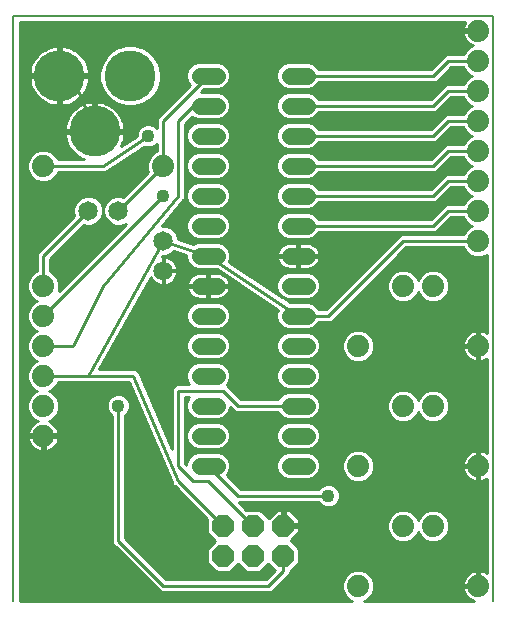
<source format=gtl>
G75*
%MOIN*%
%OFA0B0*%
%FSLAX25Y25*%
%IPPOS*%
%LPD*%
%AMOC8*
5,1,8,0,0,1.08239X$1,22.5*
%
%ADD10C,0.00800*%
%ADD11C,0.06500*%
%ADD12C,0.17000*%
%ADD13C,0.07400*%
%ADD14OC8,0.07400*%
%ADD15C,0.05600*%
%ADD16C,0.01000*%
%ADD17C,0.04362*%
D10*
X0483333Y0007860D02*
X0483333Y0202860D01*
X0643333Y0202860D01*
X0643333Y0007860D01*
D11*
X0533333Y0117860D03*
X0533333Y0127860D03*
X0518333Y0137860D03*
X0508333Y0137860D03*
D12*
X0510459Y0164356D03*
X0498648Y0182860D03*
X0522270Y0182860D03*
D13*
X0533333Y0152860D03*
X0493333Y0152860D03*
X0493333Y0112860D03*
X0493333Y0102860D03*
X0493333Y0092860D03*
X0493333Y0082860D03*
X0493333Y0072860D03*
X0493333Y0062860D03*
X0598333Y0052860D03*
X0638333Y0052860D03*
X0623333Y0032860D03*
X0613333Y0032860D03*
X0598333Y0012860D03*
X0638333Y0012860D03*
X0623333Y0072860D03*
X0613333Y0072860D03*
X0598333Y0092860D03*
X0638333Y0092860D03*
X0623333Y0112860D03*
X0613333Y0112860D03*
X0638333Y0127860D03*
X0638333Y0137860D03*
X0638333Y0147860D03*
X0638333Y0157860D03*
X0638333Y0167860D03*
X0638333Y0177860D03*
X0638333Y0187860D03*
X0638333Y0197860D03*
D14*
X0573333Y0032860D03*
X0563333Y0032860D03*
X0553333Y0032860D03*
X0553333Y0022860D03*
X0563333Y0022860D03*
X0573333Y0022860D03*
D15*
X0575533Y0052860D02*
X0581133Y0052860D01*
X0551133Y0052860D02*
X0545533Y0052860D01*
X0545533Y0062860D02*
X0551133Y0062860D01*
X0575533Y0062860D02*
X0581133Y0062860D01*
X0581133Y0072860D02*
X0575533Y0072860D01*
X0551133Y0072860D02*
X0545533Y0072860D01*
X0545533Y0082860D02*
X0551133Y0082860D01*
X0575533Y0082860D02*
X0581133Y0082860D01*
X0581133Y0092860D02*
X0575533Y0092860D01*
X0551133Y0092860D02*
X0545533Y0092860D01*
X0545533Y0102860D02*
X0551133Y0102860D01*
X0575533Y0102860D02*
X0581133Y0102860D01*
X0581133Y0112860D02*
X0575533Y0112860D01*
X0551133Y0112860D02*
X0545533Y0112860D01*
X0545533Y0122860D02*
X0551133Y0122860D01*
X0575533Y0122860D02*
X0581133Y0122860D01*
X0581133Y0132860D02*
X0575533Y0132860D01*
X0551133Y0132860D02*
X0545533Y0132860D01*
X0545533Y0142860D02*
X0551133Y0142860D01*
X0575533Y0142860D02*
X0581133Y0142860D01*
X0581133Y0152860D02*
X0575533Y0152860D01*
X0551133Y0152860D02*
X0545533Y0152860D01*
X0545533Y0162860D02*
X0551133Y0162860D01*
X0575533Y0162860D02*
X0581133Y0162860D01*
X0581133Y0172860D02*
X0575533Y0172860D01*
X0551133Y0172860D02*
X0545533Y0172860D01*
X0545533Y0182860D02*
X0551133Y0182860D01*
X0575533Y0182860D02*
X0581133Y0182860D01*
D16*
X0578333Y0182860D02*
X0623333Y0182860D01*
X0628333Y0187860D01*
X0638333Y0187860D01*
X0633400Y0185660D02*
X0633755Y0184801D01*
X0635274Y0183282D01*
X0636294Y0182860D01*
X0635274Y0182438D01*
X0633755Y0180919D01*
X0633400Y0180060D01*
X0627422Y0180060D01*
X0626133Y0178771D01*
X0622422Y0175060D01*
X0585093Y0175060D01*
X0584948Y0175409D01*
X0583682Y0176675D01*
X0582028Y0177360D01*
X0574638Y0177360D01*
X0572984Y0176675D01*
X0571718Y0175409D01*
X0571033Y0173755D01*
X0571033Y0171965D01*
X0571718Y0170311D01*
X0572984Y0169045D01*
X0574638Y0168360D01*
X0582028Y0168360D01*
X0583682Y0169045D01*
X0584948Y0170311D01*
X0585093Y0170660D01*
X0624245Y0170660D01*
X0629245Y0175660D01*
X0633400Y0175660D01*
X0633755Y0174801D01*
X0635274Y0173282D01*
X0636294Y0172860D01*
X0635274Y0172438D01*
X0633755Y0170919D01*
X0633400Y0170060D01*
X0627422Y0170060D01*
X0626133Y0168771D01*
X0622422Y0165060D01*
X0585093Y0165060D01*
X0584948Y0165409D01*
X0583682Y0166675D01*
X0582028Y0167360D01*
X0574638Y0167360D01*
X0572984Y0166675D01*
X0571718Y0165409D01*
X0571033Y0163755D01*
X0571033Y0161965D01*
X0571718Y0160311D01*
X0572984Y0159045D01*
X0574638Y0158360D01*
X0582028Y0158360D01*
X0583682Y0159045D01*
X0584948Y0160311D01*
X0585093Y0160660D01*
X0624245Y0160660D01*
X0629245Y0165660D01*
X0633400Y0165660D01*
X0633755Y0164801D01*
X0635274Y0163282D01*
X0636294Y0162860D01*
X0635274Y0162438D01*
X0633755Y0160919D01*
X0633400Y0160060D01*
X0627422Y0160060D01*
X0626133Y0158771D01*
X0622422Y0155060D01*
X0585093Y0155060D01*
X0584948Y0155409D01*
X0583682Y0156675D01*
X0582028Y0157360D01*
X0574638Y0157360D01*
X0572984Y0156675D01*
X0571718Y0155409D01*
X0571033Y0153755D01*
X0571033Y0151965D01*
X0571718Y0150311D01*
X0572984Y0149045D01*
X0574638Y0148360D01*
X0582028Y0148360D01*
X0583682Y0149045D01*
X0584948Y0150311D01*
X0585093Y0150660D01*
X0624245Y0150660D01*
X0629245Y0155660D01*
X0633400Y0155660D01*
X0633755Y0154801D01*
X0635274Y0153282D01*
X0636294Y0152860D01*
X0635274Y0152438D01*
X0633755Y0150919D01*
X0633400Y0150060D01*
X0627422Y0150060D01*
X0626133Y0148771D01*
X0622422Y0145060D01*
X0585093Y0145060D01*
X0584948Y0145409D01*
X0583682Y0146675D01*
X0582028Y0147360D01*
X0574638Y0147360D01*
X0572984Y0146675D01*
X0571718Y0145409D01*
X0571033Y0143755D01*
X0571033Y0141965D01*
X0571718Y0140311D01*
X0572984Y0139045D01*
X0574638Y0138360D01*
X0582028Y0138360D01*
X0583682Y0139045D01*
X0584948Y0140311D01*
X0585093Y0140660D01*
X0624245Y0140660D01*
X0629245Y0145660D01*
X0633400Y0145660D01*
X0633755Y0144801D01*
X0635274Y0143282D01*
X0636294Y0142860D01*
X0635274Y0142438D01*
X0633755Y0140919D01*
X0633400Y0140060D01*
X0627422Y0140060D01*
X0626133Y0138771D01*
X0622422Y0135060D01*
X0585093Y0135060D01*
X0584948Y0135409D01*
X0583682Y0136675D01*
X0582028Y0137360D01*
X0574638Y0137360D01*
X0572984Y0136675D01*
X0571718Y0135409D01*
X0571033Y0133755D01*
X0571033Y0131965D01*
X0571718Y0130311D01*
X0572984Y0129045D01*
X0574638Y0128360D01*
X0582028Y0128360D01*
X0583682Y0129045D01*
X0584948Y0130311D01*
X0585093Y0130660D01*
X0624245Y0130660D01*
X0629245Y0135660D01*
X0633400Y0135660D01*
X0633755Y0134801D01*
X0635274Y0133282D01*
X0636294Y0132860D01*
X0635274Y0132438D01*
X0633755Y0130919D01*
X0633400Y0130060D01*
X0612422Y0130060D01*
X0587422Y0105060D01*
X0585093Y0105060D01*
X0584948Y0105409D01*
X0583682Y0106675D01*
X0582028Y0107360D01*
X0575549Y0107360D01*
X0573083Y0109004D01*
X0574638Y0108360D01*
X0582028Y0108360D01*
X0583682Y0109045D01*
X0584948Y0110311D01*
X0585633Y0111965D01*
X0585633Y0113755D01*
X0584948Y0115409D01*
X0583682Y0116675D01*
X0582028Y0117360D01*
X0574638Y0117360D01*
X0572984Y0116675D01*
X0571718Y0115409D01*
X0571033Y0113755D01*
X0571033Y0111965D01*
X0571718Y0110311D01*
X0572909Y0109120D01*
X0555202Y0120925D01*
X0555633Y0121965D01*
X0555633Y0123755D01*
X0554948Y0125409D01*
X0553682Y0126675D01*
X0552028Y0127360D01*
X0544638Y0127360D01*
X0543368Y0126834D01*
X0538283Y0128529D01*
X0538283Y0128845D01*
X0537530Y0130664D01*
X0536137Y0132056D01*
X0534318Y0132810D01*
X0532822Y0132810D01*
X0539959Y0141375D01*
X0540533Y0141949D01*
X0540533Y0142063D01*
X0540607Y0142152D01*
X0540533Y0142960D01*
X0540533Y0166949D01*
X0542807Y0169222D01*
X0542984Y0169045D01*
X0544638Y0168360D01*
X0552028Y0168360D01*
X0553682Y0169045D01*
X0554948Y0170311D01*
X0555633Y0171965D01*
X0555633Y0173755D01*
X0554948Y0175409D01*
X0553682Y0176675D01*
X0552028Y0177360D01*
X0545945Y0177360D01*
X0546945Y0178360D01*
X0552028Y0178360D01*
X0553682Y0179045D01*
X0554948Y0180311D01*
X0555633Y0181965D01*
X0555633Y0183755D01*
X0554948Y0185409D01*
X0553682Y0186675D01*
X0552028Y0187360D01*
X0544638Y0187360D01*
X0542984Y0186675D01*
X0541718Y0185409D01*
X0541033Y0183755D01*
X0541033Y0181965D01*
X0541718Y0180311D01*
X0542196Y0179834D01*
X0531133Y0168771D01*
X0531133Y0165549D01*
X0530532Y0166150D01*
X0529105Y0166741D01*
X0527561Y0166741D01*
X0526135Y0166150D01*
X0525043Y0165058D01*
X0524452Y0163632D01*
X0524452Y0162917D01*
X0519140Y0159375D01*
X0519225Y0159511D01*
X0519713Y0160523D01*
X0520084Y0161583D01*
X0520334Y0162678D01*
X0520459Y0163794D01*
X0520459Y0163856D01*
X0510959Y0163856D01*
X0510959Y0164856D01*
X0509959Y0164856D01*
X0509959Y0163856D01*
X0500459Y0163856D01*
X0500459Y0163794D01*
X0500585Y0162678D01*
X0500835Y0161583D01*
X0501206Y0160523D01*
X0501693Y0159511D01*
X0502291Y0158560D01*
X0502991Y0157682D01*
X0503785Y0156888D01*
X0504663Y0156188D01*
X0505614Y0155590D01*
X0506626Y0155103D01*
X0506749Y0155060D01*
X0498267Y0155060D01*
X0497911Y0155919D01*
X0496392Y0157438D01*
X0494407Y0158260D01*
X0492259Y0158260D01*
X0490274Y0157438D01*
X0488755Y0155919D01*
X0487933Y0153934D01*
X0487933Y0151786D01*
X0488755Y0149801D01*
X0490274Y0148282D01*
X0492259Y0147460D01*
X0494407Y0147460D01*
X0496392Y0148282D01*
X0497911Y0149801D01*
X0498267Y0150660D01*
X0513115Y0150660D01*
X0513795Y0150524D01*
X0513999Y0150660D01*
X0514245Y0150660D01*
X0514735Y0151150D01*
X0526893Y0159256D01*
X0527561Y0158979D01*
X0529105Y0158979D01*
X0530532Y0159570D01*
X0531133Y0160171D01*
X0531133Y0157794D01*
X0530274Y0157438D01*
X0528755Y0155919D01*
X0527933Y0153934D01*
X0527933Y0151786D01*
X0528289Y0150927D01*
X0519922Y0142560D01*
X0519318Y0142810D01*
X0517349Y0142810D01*
X0515529Y0142056D01*
X0514137Y0140664D01*
X0513383Y0138845D01*
X0513383Y0136875D01*
X0514137Y0135056D01*
X0515529Y0133664D01*
X0517349Y0132910D01*
X0519318Y0132910D01*
X0520947Y0133585D01*
X0498440Y0111078D01*
X0498733Y0111786D01*
X0498733Y0113934D01*
X0497911Y0115919D01*
X0496392Y0117438D01*
X0495533Y0117794D01*
X0495533Y0121949D01*
X0506745Y0133160D01*
X0507349Y0132910D01*
X0509318Y0132910D01*
X0511137Y0133664D01*
X0512530Y0135056D01*
X0513283Y0136875D01*
X0513283Y0138845D01*
X0512530Y0140664D01*
X0511137Y0142056D01*
X0509318Y0142810D01*
X0507349Y0142810D01*
X0505529Y0142056D01*
X0504137Y0140664D01*
X0503383Y0138845D01*
X0503383Y0136875D01*
X0503634Y0136271D01*
X0492422Y0125060D01*
X0491133Y0123771D01*
X0491133Y0117794D01*
X0490274Y0117438D01*
X0488755Y0115919D01*
X0487933Y0113934D01*
X0487933Y0111786D01*
X0488755Y0109801D01*
X0490274Y0108282D01*
X0491294Y0107860D01*
X0490274Y0107438D01*
X0488755Y0105919D01*
X0487933Y0103934D01*
X0487933Y0101786D01*
X0488755Y0099801D01*
X0490274Y0098282D01*
X0491294Y0097860D01*
X0490274Y0097438D01*
X0488755Y0095919D01*
X0487933Y0093934D01*
X0487933Y0091786D01*
X0488755Y0089801D01*
X0490274Y0088282D01*
X0491294Y0087860D01*
X0490274Y0087438D01*
X0488755Y0085919D01*
X0487933Y0083934D01*
X0487933Y0081786D01*
X0488755Y0079801D01*
X0490274Y0078282D01*
X0491294Y0077860D01*
X0490274Y0077438D01*
X0488755Y0075919D01*
X0487933Y0073934D01*
X0487933Y0071786D01*
X0488755Y0069801D01*
X0490274Y0068282D01*
X0491558Y0067751D01*
X0491337Y0067679D01*
X0490608Y0067307D01*
X0489946Y0066826D01*
X0489367Y0066248D01*
X0488886Y0065585D01*
X0488514Y0064856D01*
X0488261Y0064078D01*
X0488148Y0063360D01*
X0492833Y0063360D01*
X0492833Y0062360D01*
X0488148Y0062360D01*
X0488261Y0061642D01*
X0488514Y0060864D01*
X0488886Y0060135D01*
X0489367Y0059472D01*
X0489946Y0058894D01*
X0490608Y0058413D01*
X0491337Y0058041D01*
X0492116Y0057788D01*
X0492833Y0057674D01*
X0492833Y0062360D01*
X0493833Y0062360D01*
X0493833Y0057674D01*
X0494551Y0057788D01*
X0495329Y0058041D01*
X0496059Y0058413D01*
X0496721Y0058894D01*
X0497300Y0059472D01*
X0497781Y0060135D01*
X0498152Y0060864D01*
X0498405Y0061642D01*
X0498519Y0062360D01*
X0493833Y0062360D01*
X0493833Y0063360D01*
X0498519Y0063360D01*
X0498405Y0064078D01*
X0498152Y0064856D01*
X0497781Y0065585D01*
X0497300Y0066248D01*
X0496721Y0066826D01*
X0496059Y0067307D01*
X0495329Y0067679D01*
X0495109Y0067751D01*
X0496392Y0068282D01*
X0497911Y0069801D01*
X0498733Y0071786D01*
X0498733Y0073934D01*
X0497911Y0075919D01*
X0496392Y0077438D01*
X0495373Y0077860D01*
X0496392Y0078282D01*
X0497911Y0079801D01*
X0498267Y0080660D01*
X0507763Y0080660D01*
X0508061Y0080494D01*
X0508641Y0080660D01*
X0521883Y0080660D01*
X0536133Y0047408D01*
X0536133Y0046949D01*
X0536478Y0046604D01*
X0536670Y0046156D01*
X0537097Y0045985D01*
X0547959Y0035123D01*
X0547933Y0035097D01*
X0547933Y0030623D01*
X0550697Y0027860D01*
X0547933Y0025097D01*
X0547933Y0020623D01*
X0551097Y0017460D01*
X0555570Y0017460D01*
X0558333Y0020223D01*
X0561097Y0017460D01*
X0565570Y0017460D01*
X0568333Y0020223D01*
X0570459Y0018097D01*
X0567422Y0015060D01*
X0534245Y0015060D01*
X0520533Y0028771D01*
X0520533Y0069571D01*
X0521624Y0070662D01*
X0522214Y0072088D01*
X0522214Y0073632D01*
X0521624Y0075058D01*
X0520532Y0076150D01*
X0519105Y0076741D01*
X0517561Y0076741D01*
X0516135Y0076150D01*
X0515043Y0075058D01*
X0514452Y0073632D01*
X0514452Y0072088D01*
X0515043Y0070662D01*
X0516133Y0069571D01*
X0516133Y0026949D01*
X0517422Y0025660D01*
X0532422Y0010660D01*
X0569245Y0010660D01*
X0570533Y0011949D01*
X0575533Y0016949D01*
X0575533Y0017460D01*
X0575570Y0017460D01*
X0578733Y0020623D01*
X0578733Y0025097D01*
X0575829Y0028001D01*
X0578533Y0030706D01*
X0578533Y0032360D01*
X0573833Y0032360D01*
X0573833Y0033360D01*
X0572833Y0033360D01*
X0572833Y0038060D01*
X0571179Y0038060D01*
X0568475Y0035355D01*
X0565570Y0038260D01*
X0561097Y0038260D01*
X0561071Y0038234D01*
X0558645Y0040660D01*
X0585045Y0040660D01*
X0586135Y0039570D01*
X0587561Y0038979D01*
X0589105Y0038979D01*
X0590532Y0039570D01*
X0591624Y0040662D01*
X0592214Y0042088D01*
X0592214Y0043632D01*
X0591624Y0045058D01*
X0590532Y0046150D01*
X0589105Y0046741D01*
X0587561Y0046741D01*
X0586135Y0046150D01*
X0585045Y0045060D01*
X0559245Y0045060D01*
X0554471Y0049834D01*
X0554948Y0050311D01*
X0555633Y0051965D01*
X0555633Y0053755D01*
X0554948Y0055409D01*
X0553682Y0056675D01*
X0552028Y0057360D01*
X0544638Y0057360D01*
X0542984Y0056675D01*
X0541718Y0055409D01*
X0541033Y0053755D01*
X0541033Y0053271D01*
X0540533Y0053771D01*
X0540533Y0075660D01*
X0541969Y0075660D01*
X0541718Y0075409D01*
X0541033Y0073755D01*
X0541033Y0071965D01*
X0541718Y0070311D01*
X0542984Y0069045D01*
X0544638Y0068360D01*
X0552028Y0068360D01*
X0553682Y0069045D01*
X0554948Y0070311D01*
X0555633Y0071965D01*
X0555633Y0072449D01*
X0557422Y0070660D01*
X0571574Y0070660D01*
X0571718Y0070311D01*
X0572984Y0069045D01*
X0574638Y0068360D01*
X0582028Y0068360D01*
X0583682Y0069045D01*
X0584948Y0070311D01*
X0585633Y0071965D01*
X0585633Y0073755D01*
X0584948Y0075409D01*
X0583682Y0076675D01*
X0582028Y0077360D01*
X0574638Y0077360D01*
X0572984Y0076675D01*
X0571718Y0075409D01*
X0571574Y0075060D01*
X0559245Y0075060D01*
X0555533Y0078771D01*
X0554471Y0079834D01*
X0554948Y0080311D01*
X0555633Y0081965D01*
X0555633Y0083755D01*
X0554948Y0085409D01*
X0553682Y0086675D01*
X0552028Y0087360D01*
X0544638Y0087360D01*
X0542984Y0086675D01*
X0541718Y0085409D01*
X0541033Y0083755D01*
X0541033Y0081965D01*
X0541718Y0080311D01*
X0541969Y0080060D01*
X0537422Y0080060D01*
X0536133Y0078771D01*
X0536133Y0058578D01*
X0525533Y0083312D01*
X0525533Y0083771D01*
X0525189Y0084116D01*
X0524996Y0084564D01*
X0524570Y0084735D01*
X0524245Y0085060D01*
X0523757Y0085060D01*
X0523304Y0085241D01*
X0522882Y0085060D01*
X0512072Y0085060D01*
X0529099Y0115708D01*
X0529271Y0115370D01*
X0529710Y0114766D01*
X0530239Y0114237D01*
X0530844Y0113797D01*
X0531510Y0113458D01*
X0532221Y0113227D01*
X0532959Y0113110D01*
X0533144Y0113110D01*
X0533144Y0117671D01*
X0533522Y0117671D01*
X0533522Y0113110D01*
X0533707Y0113110D01*
X0534446Y0113227D01*
X0535157Y0113458D01*
X0535823Y0113797D01*
X0536428Y0114237D01*
X0536956Y0114766D01*
X0537396Y0115370D01*
X0537735Y0116037D01*
X0537966Y0116748D01*
X0538083Y0117486D01*
X0538083Y0117671D01*
X0533522Y0117671D01*
X0533522Y0118049D01*
X0533144Y0118049D01*
X0533144Y0122610D01*
X0532959Y0122610D01*
X0532931Y0122605D01*
X0533100Y0122910D01*
X0534318Y0122910D01*
X0536137Y0123664D01*
X0536844Y0124371D01*
X0541033Y0122974D01*
X0541033Y0121965D01*
X0541718Y0120311D01*
X0542984Y0119045D01*
X0544638Y0118360D01*
X0551117Y0118360D01*
X0571464Y0104795D01*
X0571033Y0103755D01*
X0571033Y0101965D01*
X0571718Y0100311D01*
X0572984Y0099045D01*
X0574638Y0098360D01*
X0582028Y0098360D01*
X0583682Y0099045D01*
X0584948Y0100311D01*
X0585093Y0100660D01*
X0589245Y0100660D01*
X0590533Y0101949D01*
X0614245Y0125660D01*
X0633400Y0125660D01*
X0633755Y0124801D01*
X0635274Y0123282D01*
X0637259Y0122460D01*
X0639407Y0122460D01*
X0641233Y0123216D01*
X0641233Y0097181D01*
X0641059Y0097307D01*
X0640329Y0097679D01*
X0639551Y0097932D01*
X0638743Y0098060D01*
X0638719Y0098060D01*
X0638719Y0093246D01*
X0637947Y0093246D01*
X0637947Y0092474D01*
X0633133Y0092474D01*
X0633133Y0092451D01*
X0633261Y0091642D01*
X0633514Y0090864D01*
X0633886Y0090135D01*
X0634367Y0089472D01*
X0634946Y0088894D01*
X0635608Y0088413D01*
X0636337Y0088041D01*
X0637116Y0087788D01*
X0637924Y0087660D01*
X0637947Y0087660D01*
X0637947Y0092474D01*
X0638719Y0092474D01*
X0638719Y0087660D01*
X0638743Y0087660D01*
X0639551Y0087788D01*
X0640329Y0088041D01*
X0641059Y0088413D01*
X0641233Y0088539D01*
X0641233Y0057181D01*
X0641059Y0057307D01*
X0640329Y0057679D01*
X0639551Y0057932D01*
X0638743Y0058060D01*
X0638719Y0058060D01*
X0638719Y0053246D01*
X0637947Y0053246D01*
X0637947Y0052474D01*
X0633133Y0052474D01*
X0633133Y0052451D01*
X0633261Y0051642D01*
X0633514Y0050864D01*
X0633886Y0050135D01*
X0634367Y0049472D01*
X0634946Y0048894D01*
X0635608Y0048413D01*
X0636337Y0048041D01*
X0637116Y0047788D01*
X0637924Y0047660D01*
X0637947Y0047660D01*
X0637947Y0052474D01*
X0638719Y0052474D01*
X0638719Y0047660D01*
X0638743Y0047660D01*
X0639551Y0047788D01*
X0640329Y0048041D01*
X0641059Y0048413D01*
X0641233Y0048539D01*
X0641233Y0017181D01*
X0641059Y0017307D01*
X0640329Y0017679D01*
X0639551Y0017932D01*
X0638743Y0018060D01*
X0638719Y0018060D01*
X0638719Y0013246D01*
X0637947Y0013246D01*
X0637947Y0012474D01*
X0633133Y0012474D01*
X0633133Y0012451D01*
X0633261Y0011642D01*
X0633514Y0010864D01*
X0633886Y0010135D01*
X0634367Y0009472D01*
X0634946Y0008894D01*
X0635608Y0008413D01*
X0636337Y0008041D01*
X0636894Y0007860D01*
X0600373Y0007860D01*
X0601392Y0008282D01*
X0602911Y0009801D01*
X0603733Y0011786D01*
X0603733Y0013934D01*
X0602911Y0015919D01*
X0601392Y0017438D01*
X0599407Y0018260D01*
X0597259Y0018260D01*
X0595274Y0017438D01*
X0593755Y0015919D01*
X0592933Y0013934D01*
X0592933Y0011786D01*
X0593755Y0009801D01*
X0595274Y0008282D01*
X0596294Y0007860D01*
X0485433Y0007860D01*
X0596294Y0007860D01*
X0594698Y0008859D02*
X0485433Y0008859D01*
X0485433Y0009857D02*
X0593732Y0009857D01*
X0593319Y0010856D02*
X0569440Y0010856D01*
X0570439Y0011854D02*
X0592933Y0011854D01*
X0592933Y0012853D02*
X0571437Y0012853D01*
X0572436Y0013851D02*
X0592933Y0013851D01*
X0593313Y0014850D02*
X0573434Y0014850D01*
X0574433Y0015848D02*
X0593726Y0015848D01*
X0594683Y0016847D02*
X0575431Y0016847D01*
X0575955Y0017845D02*
X0596258Y0017845D01*
X0600409Y0017845D02*
X0636848Y0017845D01*
X0637116Y0017932D02*
X0636337Y0017679D01*
X0635608Y0017307D01*
X0634946Y0016826D01*
X0634367Y0016248D01*
X0633886Y0015585D01*
X0633514Y0014856D01*
X0633261Y0014078D01*
X0633133Y0013269D01*
X0633133Y0013246D01*
X0637947Y0013246D01*
X0637947Y0018060D01*
X0637924Y0018060D01*
X0637116Y0017932D01*
X0637947Y0017845D02*
X0638719Y0017845D01*
X0638719Y0016847D02*
X0637947Y0016847D01*
X0637947Y0015848D02*
X0638719Y0015848D01*
X0638719Y0014850D02*
X0637947Y0014850D01*
X0637947Y0013851D02*
X0638719Y0013851D01*
X0638333Y0012860D02*
X0638333Y0052860D01*
X0638333Y0092860D01*
X0637947Y0092733D02*
X0603733Y0092733D01*
X0603733Y0091786D02*
X0603733Y0093934D01*
X0602911Y0095919D01*
X0601392Y0097438D01*
X0599407Y0098260D01*
X0597259Y0098260D01*
X0595274Y0097438D01*
X0593755Y0095919D01*
X0592933Y0093934D01*
X0592933Y0091786D01*
X0593755Y0089801D01*
X0595274Y0088282D01*
X0597259Y0087460D01*
X0599407Y0087460D01*
X0601392Y0088282D01*
X0602911Y0089801D01*
X0603733Y0091786D01*
X0603712Y0091735D02*
X0633247Y0091735D01*
X0633579Y0090736D02*
X0603299Y0090736D01*
X0602848Y0089738D02*
X0634174Y0089738D01*
X0635158Y0088739D02*
X0601849Y0088739D01*
X0600086Y0087741D02*
X0637413Y0087741D01*
X0637947Y0087741D02*
X0638719Y0087741D01*
X0639253Y0087741D02*
X0641233Y0087741D01*
X0641233Y0086742D02*
X0583519Y0086742D01*
X0583682Y0086675D02*
X0582028Y0087360D01*
X0574638Y0087360D01*
X0572984Y0086675D01*
X0571718Y0085409D01*
X0571033Y0083755D01*
X0571033Y0081965D01*
X0571718Y0080311D01*
X0572984Y0079045D01*
X0574638Y0078360D01*
X0582028Y0078360D01*
X0583682Y0079045D01*
X0584948Y0080311D01*
X0585633Y0081965D01*
X0585633Y0083755D01*
X0584948Y0085409D01*
X0583682Y0086675D01*
X0584613Y0085744D02*
X0641233Y0085744D01*
X0641233Y0084745D02*
X0585223Y0084745D01*
X0585633Y0083747D02*
X0641233Y0083747D01*
X0641233Y0082748D02*
X0585633Y0082748D01*
X0585544Y0081750D02*
X0641233Y0081750D01*
X0641233Y0080751D02*
X0585131Y0080751D01*
X0584390Y0079753D02*
X0641233Y0079753D01*
X0641233Y0078754D02*
X0582980Y0078754D01*
X0583484Y0076757D02*
X0609594Y0076757D01*
X0610274Y0077438D02*
X0608755Y0075919D01*
X0607933Y0073934D01*
X0607933Y0071786D01*
X0608755Y0069801D01*
X0610274Y0068282D01*
X0612259Y0067460D01*
X0614407Y0067460D01*
X0616392Y0068282D01*
X0617911Y0069801D01*
X0618333Y0070820D01*
X0618755Y0069801D01*
X0620274Y0068282D01*
X0622259Y0067460D01*
X0624407Y0067460D01*
X0626392Y0068282D01*
X0627911Y0069801D01*
X0628733Y0071786D01*
X0628733Y0073934D01*
X0627911Y0075919D01*
X0626392Y0077438D01*
X0624407Y0078260D01*
X0622259Y0078260D01*
X0620274Y0077438D01*
X0618755Y0075919D01*
X0618333Y0074900D01*
X0617911Y0075919D01*
X0616392Y0077438D01*
X0614407Y0078260D01*
X0612259Y0078260D01*
X0610274Y0077438D01*
X0611042Y0077756D02*
X0556549Y0077756D01*
X0555550Y0078754D02*
X0573686Y0078754D01*
X0572277Y0079753D02*
X0554552Y0079753D01*
X0555131Y0080751D02*
X0571536Y0080751D01*
X0571122Y0081750D02*
X0555544Y0081750D01*
X0555633Y0082748D02*
X0571033Y0082748D01*
X0571033Y0083747D02*
X0555633Y0083747D01*
X0555223Y0084745D02*
X0571444Y0084745D01*
X0572053Y0085744D02*
X0554613Y0085744D01*
X0553519Y0086742D02*
X0573147Y0086742D01*
X0573722Y0088739D02*
X0552944Y0088739D01*
X0553682Y0089045D02*
X0552028Y0088360D01*
X0544638Y0088360D01*
X0542984Y0089045D01*
X0541718Y0090311D01*
X0541033Y0091965D01*
X0541033Y0093755D01*
X0541718Y0095409D01*
X0542984Y0096675D01*
X0544638Y0097360D01*
X0552028Y0097360D01*
X0553682Y0096675D01*
X0554948Y0095409D01*
X0555633Y0093755D01*
X0555633Y0091965D01*
X0554948Y0090311D01*
X0553682Y0089045D01*
X0554375Y0089738D02*
X0572291Y0089738D01*
X0571718Y0090311D02*
X0572984Y0089045D01*
X0574638Y0088360D01*
X0582028Y0088360D01*
X0583682Y0089045D01*
X0584948Y0090311D01*
X0585633Y0091965D01*
X0585633Y0093755D01*
X0584948Y0095409D01*
X0583682Y0096675D01*
X0582028Y0097360D01*
X0574638Y0097360D01*
X0572984Y0096675D01*
X0571718Y0095409D01*
X0571033Y0093755D01*
X0571033Y0091965D01*
X0571718Y0090311D01*
X0571542Y0090736D02*
X0555124Y0090736D01*
X0555538Y0091735D02*
X0571129Y0091735D01*
X0571033Y0092733D02*
X0555633Y0092733D01*
X0555633Y0093732D02*
X0571033Y0093732D01*
X0571437Y0094730D02*
X0555229Y0094730D01*
X0554628Y0095729D02*
X0572038Y0095729D01*
X0573111Y0096727D02*
X0553555Y0096727D01*
X0552908Y0098725D02*
X0573758Y0098725D01*
X0572306Y0099723D02*
X0554360Y0099723D01*
X0554948Y0100311D02*
X0553682Y0099045D01*
X0552028Y0098360D01*
X0544638Y0098360D01*
X0542984Y0099045D01*
X0541718Y0100311D01*
X0541033Y0101965D01*
X0541033Y0103755D01*
X0541718Y0105409D01*
X0542984Y0106675D01*
X0544638Y0107360D01*
X0552028Y0107360D01*
X0553682Y0106675D01*
X0554948Y0105409D01*
X0555633Y0103755D01*
X0555633Y0101965D01*
X0554948Y0100311D01*
X0555118Y0100722D02*
X0571548Y0100722D01*
X0571135Y0101720D02*
X0555532Y0101720D01*
X0555633Y0102719D02*
X0571033Y0102719D01*
X0571033Y0103717D02*
X0555633Y0103717D01*
X0555235Y0104716D02*
X0571431Y0104716D01*
X0570086Y0105714D02*
X0554643Y0105714D01*
X0553591Y0106713D02*
X0568588Y0106713D01*
X0567091Y0107711D02*
X0524656Y0107711D01*
X0524101Y0106713D02*
X0543075Y0106713D01*
X0542023Y0105714D02*
X0523547Y0105714D01*
X0522992Y0104716D02*
X0541431Y0104716D01*
X0541033Y0103717D02*
X0522437Y0103717D01*
X0521883Y0102719D02*
X0541033Y0102719D01*
X0541135Y0101720D02*
X0521328Y0101720D01*
X0520773Y0100722D02*
X0541548Y0100722D01*
X0542306Y0099723D02*
X0520218Y0099723D01*
X0519664Y0098725D02*
X0543758Y0098725D01*
X0543111Y0096727D02*
X0518554Y0096727D01*
X0517999Y0095729D02*
X0542038Y0095729D01*
X0541437Y0094730D02*
X0517445Y0094730D01*
X0516890Y0093732D02*
X0541033Y0093732D01*
X0541033Y0092733D02*
X0516335Y0092733D01*
X0515781Y0091735D02*
X0541129Y0091735D01*
X0541542Y0090736D02*
X0515226Y0090736D01*
X0514671Y0089738D02*
X0542291Y0089738D01*
X0543722Y0088739D02*
X0514116Y0088739D01*
X0513562Y0087741D02*
X0596581Y0087741D01*
X0594817Y0088739D02*
X0582944Y0088739D01*
X0584375Y0089738D02*
X0593819Y0089738D01*
X0593368Y0090736D02*
X0585124Y0090736D01*
X0585538Y0091735D02*
X0592954Y0091735D01*
X0592933Y0092733D02*
X0585633Y0092733D01*
X0585633Y0093732D02*
X0592933Y0093732D01*
X0593263Y0094730D02*
X0585229Y0094730D01*
X0584628Y0095729D02*
X0593677Y0095729D01*
X0594564Y0096727D02*
X0583555Y0096727D01*
X0582908Y0098725D02*
X0641233Y0098725D01*
X0641233Y0099723D02*
X0584360Y0099723D01*
X0589306Y0100722D02*
X0641233Y0100722D01*
X0641233Y0101720D02*
X0590305Y0101720D01*
X0591303Y0102719D02*
X0641233Y0102719D01*
X0641233Y0103717D02*
X0592302Y0103717D01*
X0593300Y0104716D02*
X0641233Y0104716D01*
X0641233Y0105714D02*
X0594299Y0105714D01*
X0595297Y0106713D02*
X0641233Y0106713D01*
X0641233Y0107711D02*
X0625014Y0107711D01*
X0624407Y0107460D02*
X0626392Y0108282D01*
X0627911Y0109801D01*
X0628733Y0111786D01*
X0628733Y0113934D01*
X0627911Y0115919D01*
X0626392Y0117438D01*
X0624407Y0118260D01*
X0622259Y0118260D01*
X0620274Y0117438D01*
X0618755Y0115919D01*
X0618333Y0114900D01*
X0617911Y0115919D01*
X0616392Y0117438D01*
X0614407Y0118260D01*
X0612259Y0118260D01*
X0610274Y0117438D01*
X0608755Y0115919D01*
X0607933Y0113934D01*
X0607933Y0111786D01*
X0608755Y0109801D01*
X0610274Y0108282D01*
X0612259Y0107460D01*
X0614407Y0107460D01*
X0616392Y0108282D01*
X0617911Y0109801D01*
X0618333Y0110820D01*
X0618755Y0109801D01*
X0620274Y0108282D01*
X0622259Y0107460D01*
X0624407Y0107460D01*
X0626820Y0108710D02*
X0641233Y0108710D01*
X0641233Y0109708D02*
X0627818Y0109708D01*
X0628286Y0110707D02*
X0641233Y0110707D01*
X0641233Y0111705D02*
X0628700Y0111705D01*
X0628733Y0112704D02*
X0641233Y0112704D01*
X0641233Y0113702D02*
X0628733Y0113702D01*
X0628416Y0114701D02*
X0641233Y0114701D01*
X0641233Y0115699D02*
X0628002Y0115699D01*
X0627132Y0116698D02*
X0641233Y0116698D01*
X0641233Y0117696D02*
X0625768Y0117696D01*
X0620898Y0117696D02*
X0615768Y0117696D01*
X0617132Y0116698D02*
X0619534Y0116698D01*
X0618664Y0115699D02*
X0618002Y0115699D01*
X0610898Y0117696D02*
X0606281Y0117696D01*
X0605282Y0116698D02*
X0609534Y0116698D01*
X0608664Y0115699D02*
X0604284Y0115699D01*
X0603285Y0114701D02*
X0608251Y0114701D01*
X0607933Y0113702D02*
X0602287Y0113702D01*
X0601288Y0112704D02*
X0607933Y0112704D01*
X0607967Y0111705D02*
X0600290Y0111705D01*
X0599291Y0110707D02*
X0608380Y0110707D01*
X0608848Y0109708D02*
X0598293Y0109708D01*
X0597294Y0108710D02*
X0609847Y0108710D01*
X0611653Y0107711D02*
X0596296Y0107711D01*
X0592070Y0109708D02*
X0584345Y0109708D01*
X0585112Y0110707D02*
X0593069Y0110707D01*
X0594067Y0111705D02*
X0585526Y0111705D01*
X0585633Y0112704D02*
X0595066Y0112704D01*
X0596064Y0113702D02*
X0585633Y0113702D01*
X0585242Y0114701D02*
X0597063Y0114701D01*
X0598061Y0115699D02*
X0584658Y0115699D01*
X0583627Y0116698D02*
X0599060Y0116698D01*
X0600058Y0117696D02*
X0560045Y0117696D01*
X0561543Y0116698D02*
X0573039Y0116698D01*
X0572009Y0115699D02*
X0563041Y0115699D01*
X0564538Y0114701D02*
X0571425Y0114701D01*
X0571033Y0113702D02*
X0566036Y0113702D01*
X0567534Y0112704D02*
X0571033Y0112704D01*
X0571141Y0111705D02*
X0569032Y0111705D01*
X0570529Y0110707D02*
X0571554Y0110707D01*
X0572027Y0109708D02*
X0572321Y0109708D01*
X0573525Y0108710D02*
X0573794Y0108710D01*
X0575023Y0107711D02*
X0590073Y0107711D01*
X0589075Y0106713D02*
X0583591Y0106713D01*
X0584643Y0105714D02*
X0588076Y0105714D01*
X0588333Y0102860D02*
X0578333Y0102860D01*
X0548333Y0122860D01*
X0533333Y0127860D01*
X0508333Y0082860D01*
X0523333Y0082860D01*
X0538333Y0047860D01*
X0553333Y0032860D01*
X0547933Y0032823D02*
X0520533Y0032823D01*
X0520533Y0033821D02*
X0547933Y0033821D01*
X0547933Y0034820D02*
X0520533Y0034820D01*
X0520533Y0035818D02*
X0547264Y0035818D01*
X0546265Y0036817D02*
X0520533Y0036817D01*
X0520533Y0037815D02*
X0545267Y0037815D01*
X0544268Y0038814D02*
X0520533Y0038814D01*
X0520533Y0039812D02*
X0543270Y0039812D01*
X0542271Y0040811D02*
X0520533Y0040811D01*
X0520533Y0041809D02*
X0541273Y0041809D01*
X0540274Y0042808D02*
X0520533Y0042808D01*
X0520533Y0043806D02*
X0539276Y0043806D01*
X0538277Y0044805D02*
X0520533Y0044805D01*
X0520533Y0045803D02*
X0537279Y0045803D01*
X0536280Y0046802D02*
X0520533Y0046802D01*
X0520533Y0047800D02*
X0535965Y0047800D01*
X0535537Y0048799D02*
X0520533Y0048799D01*
X0520533Y0049797D02*
X0535109Y0049797D01*
X0534682Y0050796D02*
X0520533Y0050796D01*
X0520533Y0051794D02*
X0534254Y0051794D01*
X0533826Y0052793D02*
X0520533Y0052793D01*
X0520533Y0053792D02*
X0533398Y0053792D01*
X0532970Y0054790D02*
X0520533Y0054790D01*
X0520533Y0055789D02*
X0532542Y0055789D01*
X0532114Y0056787D02*
X0520533Y0056787D01*
X0520533Y0057786D02*
X0531686Y0057786D01*
X0531258Y0058784D02*
X0520533Y0058784D01*
X0520533Y0059783D02*
X0530830Y0059783D01*
X0530402Y0060781D02*
X0520533Y0060781D01*
X0520533Y0061780D02*
X0529974Y0061780D01*
X0529546Y0062778D02*
X0520533Y0062778D01*
X0520533Y0063777D02*
X0529118Y0063777D01*
X0528690Y0064775D02*
X0520533Y0064775D01*
X0520533Y0065774D02*
X0528263Y0065774D01*
X0527835Y0066772D02*
X0520533Y0066772D01*
X0520533Y0067771D02*
X0527407Y0067771D01*
X0526979Y0068769D02*
X0520533Y0068769D01*
X0520730Y0069768D02*
X0526551Y0069768D01*
X0526123Y0070766D02*
X0521667Y0070766D01*
X0522081Y0071765D02*
X0525695Y0071765D01*
X0525267Y0072763D02*
X0522214Y0072763D01*
X0522161Y0073762D02*
X0524839Y0073762D01*
X0524411Y0074760D02*
X0521747Y0074760D01*
X0520923Y0075759D02*
X0523983Y0075759D01*
X0523555Y0076757D02*
X0497073Y0076757D01*
X0497978Y0075759D02*
X0515743Y0075759D01*
X0514920Y0074760D02*
X0498391Y0074760D01*
X0498733Y0073762D02*
X0514506Y0073762D01*
X0514452Y0072763D02*
X0498733Y0072763D01*
X0498725Y0071765D02*
X0514586Y0071765D01*
X0515000Y0070766D02*
X0498311Y0070766D01*
X0497878Y0069768D02*
X0515937Y0069768D01*
X0516133Y0068769D02*
X0496879Y0068769D01*
X0495157Y0067771D02*
X0516133Y0067771D01*
X0516133Y0066772D02*
X0496775Y0066772D01*
X0497644Y0065774D02*
X0516133Y0065774D01*
X0516133Y0064775D02*
X0498179Y0064775D01*
X0498453Y0063777D02*
X0516133Y0063777D01*
X0516133Y0062778D02*
X0493833Y0062778D01*
X0493833Y0061780D02*
X0492833Y0061780D01*
X0492833Y0062778D02*
X0485433Y0062778D01*
X0485433Y0061780D02*
X0488240Y0061780D01*
X0488556Y0060781D02*
X0485433Y0060781D01*
X0485433Y0059783D02*
X0489142Y0059783D01*
X0490097Y0058784D02*
X0485433Y0058784D01*
X0485433Y0057786D02*
X0492131Y0057786D01*
X0492833Y0057786D02*
X0493833Y0057786D01*
X0494535Y0057786D02*
X0516133Y0057786D01*
X0516133Y0058784D02*
X0496570Y0058784D01*
X0497525Y0059783D02*
X0516133Y0059783D01*
X0516133Y0060781D02*
X0498110Y0060781D01*
X0498427Y0061780D02*
X0516133Y0061780D01*
X0532622Y0066772D02*
X0536133Y0066772D01*
X0536133Y0065774D02*
X0533050Y0065774D01*
X0533477Y0064775D02*
X0536133Y0064775D01*
X0536133Y0063777D02*
X0533905Y0063777D01*
X0534333Y0062778D02*
X0536133Y0062778D01*
X0536133Y0061780D02*
X0534761Y0061780D01*
X0535189Y0060781D02*
X0536133Y0060781D01*
X0536133Y0059783D02*
X0535617Y0059783D01*
X0536045Y0058784D02*
X0536133Y0058784D01*
X0540533Y0058784D02*
X0543614Y0058784D01*
X0542984Y0059045D02*
X0544638Y0058360D01*
X0552028Y0058360D01*
X0553682Y0059045D01*
X0554948Y0060311D01*
X0555633Y0061965D01*
X0555633Y0063755D01*
X0554948Y0065409D01*
X0553682Y0066675D01*
X0552028Y0067360D01*
X0544638Y0067360D01*
X0542984Y0066675D01*
X0541718Y0065409D01*
X0541033Y0063755D01*
X0541033Y0061965D01*
X0541718Y0060311D01*
X0542984Y0059045D01*
X0542247Y0059783D02*
X0540533Y0059783D01*
X0540533Y0060781D02*
X0541524Y0060781D01*
X0541110Y0061780D02*
X0540533Y0061780D01*
X0540533Y0062778D02*
X0541033Y0062778D01*
X0541042Y0063777D02*
X0540533Y0063777D01*
X0540533Y0064775D02*
X0541456Y0064775D01*
X0542083Y0065774D02*
X0540533Y0065774D01*
X0540533Y0066772D02*
X0543219Y0066772D01*
X0543650Y0068769D02*
X0540533Y0068769D01*
X0540533Y0067771D02*
X0611509Y0067771D01*
X0609787Y0068769D02*
X0583016Y0068769D01*
X0584405Y0069768D02*
X0608789Y0069768D01*
X0608356Y0070766D02*
X0585137Y0070766D01*
X0585550Y0071765D02*
X0607942Y0071765D01*
X0607933Y0072763D02*
X0585633Y0072763D01*
X0585631Y0073762D02*
X0607933Y0073762D01*
X0608276Y0074760D02*
X0585217Y0074760D01*
X0584599Y0075759D02*
X0608689Y0075759D01*
X0615625Y0077756D02*
X0621042Y0077756D01*
X0619594Y0076757D02*
X0617073Y0076757D01*
X0617978Y0075759D02*
X0618689Y0075759D01*
X0625625Y0077756D02*
X0641233Y0077756D01*
X0641233Y0076757D02*
X0627073Y0076757D01*
X0627978Y0075759D02*
X0641233Y0075759D01*
X0641233Y0074760D02*
X0628391Y0074760D01*
X0628733Y0073762D02*
X0641233Y0073762D01*
X0641233Y0072763D02*
X0628733Y0072763D01*
X0628725Y0071765D02*
X0641233Y0071765D01*
X0641233Y0070766D02*
X0628311Y0070766D01*
X0627878Y0069768D02*
X0641233Y0069768D01*
X0641233Y0068769D02*
X0626879Y0068769D01*
X0625157Y0067771D02*
X0641233Y0067771D01*
X0641233Y0066772D02*
X0583448Y0066772D01*
X0583682Y0066675D02*
X0582028Y0067360D01*
X0574638Y0067360D01*
X0572984Y0066675D01*
X0571718Y0065409D01*
X0571033Y0063755D01*
X0571033Y0061965D01*
X0571718Y0060311D01*
X0572984Y0059045D01*
X0574638Y0058360D01*
X0582028Y0058360D01*
X0583682Y0059045D01*
X0584948Y0060311D01*
X0585633Y0061965D01*
X0585633Y0063755D01*
X0584948Y0065409D01*
X0583682Y0066675D01*
X0584584Y0065774D02*
X0641233Y0065774D01*
X0641233Y0064775D02*
X0585211Y0064775D01*
X0585624Y0063777D02*
X0641233Y0063777D01*
X0641233Y0062778D02*
X0585633Y0062778D01*
X0585557Y0061780D02*
X0641233Y0061780D01*
X0641233Y0060781D02*
X0585143Y0060781D01*
X0584420Y0059783D02*
X0641233Y0059783D01*
X0641233Y0058784D02*
X0583052Y0058784D01*
X0582028Y0057360D02*
X0583682Y0056675D01*
X0584948Y0055409D01*
X0585633Y0053755D01*
X0585633Y0051965D01*
X0584948Y0050311D01*
X0583682Y0049045D01*
X0582028Y0048360D01*
X0574638Y0048360D01*
X0572984Y0049045D01*
X0571718Y0050311D01*
X0571033Y0051965D01*
X0571033Y0053755D01*
X0571718Y0055409D01*
X0572984Y0056675D01*
X0574638Y0057360D01*
X0582028Y0057360D01*
X0583412Y0056787D02*
X0594624Y0056787D01*
X0595274Y0057438D02*
X0593755Y0055919D01*
X0592933Y0053934D01*
X0592933Y0051786D01*
X0593755Y0049801D01*
X0595274Y0048282D01*
X0597259Y0047460D01*
X0599407Y0047460D01*
X0601392Y0048282D01*
X0602911Y0049801D01*
X0603733Y0051786D01*
X0603733Y0053934D01*
X0602911Y0055919D01*
X0601392Y0057438D01*
X0599407Y0058260D01*
X0597259Y0058260D01*
X0595274Y0057438D01*
X0596114Y0057786D02*
X0540533Y0057786D01*
X0540533Y0056787D02*
X0543255Y0056787D01*
X0542098Y0055789D02*
X0540533Y0055789D01*
X0540533Y0054790D02*
X0541462Y0054790D01*
X0541048Y0053792D02*
X0540533Y0053792D01*
X0538333Y0052860D02*
X0543333Y0047860D01*
X0548333Y0047860D01*
X0563333Y0032860D01*
X0568012Y0035818D02*
X0568938Y0035818D01*
X0569936Y0036817D02*
X0567013Y0036817D01*
X0566015Y0037815D02*
X0570935Y0037815D01*
X0572833Y0037815D02*
X0573833Y0037815D01*
X0573833Y0038060D02*
X0573833Y0033360D01*
X0578533Y0033360D01*
X0578533Y0035014D01*
X0575487Y0038060D01*
X0573833Y0038060D01*
X0573833Y0036817D02*
X0572833Y0036817D01*
X0572833Y0035818D02*
X0573833Y0035818D01*
X0573833Y0034820D02*
X0572833Y0034820D01*
X0572833Y0033821D02*
X0573833Y0033821D01*
X0573833Y0032823D02*
X0607933Y0032823D01*
X0607933Y0033821D02*
X0578533Y0033821D01*
X0578533Y0034820D02*
X0608300Y0034820D01*
X0607933Y0033934D02*
X0608755Y0035919D01*
X0610274Y0037438D01*
X0612259Y0038260D01*
X0614407Y0038260D01*
X0616392Y0037438D01*
X0617911Y0035919D01*
X0618333Y0034900D01*
X0618755Y0035919D01*
X0620274Y0037438D01*
X0622259Y0038260D01*
X0624407Y0038260D01*
X0626392Y0037438D01*
X0627911Y0035919D01*
X0628733Y0033934D01*
X0628733Y0031786D01*
X0627911Y0029801D01*
X0626392Y0028282D01*
X0624407Y0027460D01*
X0622259Y0027460D01*
X0620274Y0028282D01*
X0618755Y0029801D01*
X0618333Y0030820D01*
X0617911Y0029801D01*
X0616392Y0028282D01*
X0614407Y0027460D01*
X0612259Y0027460D01*
X0610274Y0028282D01*
X0608755Y0029801D01*
X0607933Y0031786D01*
X0607933Y0033934D01*
X0608714Y0035818D02*
X0577729Y0035818D01*
X0576730Y0036817D02*
X0609653Y0036817D01*
X0611186Y0037815D02*
X0575732Y0037815D01*
X0573333Y0032860D02*
X0598333Y0032860D01*
X0618333Y0052860D01*
X0638333Y0052860D01*
X0637947Y0052793D02*
X0603733Y0052793D01*
X0603733Y0051794D02*
X0633237Y0051794D01*
X0633549Y0050796D02*
X0603323Y0050796D01*
X0602908Y0049797D02*
X0634131Y0049797D01*
X0635076Y0048799D02*
X0601909Y0048799D01*
X0600229Y0047800D02*
X0637077Y0047800D01*
X0637947Y0047800D02*
X0638719Y0047800D01*
X0639589Y0047800D02*
X0641233Y0047800D01*
X0641233Y0046802D02*
X0557503Y0046802D01*
X0558501Y0045803D02*
X0585788Y0045803D01*
X0583088Y0048799D02*
X0594758Y0048799D01*
X0593759Y0049797D02*
X0584435Y0049797D01*
X0585149Y0050796D02*
X0593343Y0050796D01*
X0592933Y0051794D02*
X0585563Y0051794D01*
X0585633Y0052793D02*
X0592933Y0052793D01*
X0592933Y0053792D02*
X0585618Y0053792D01*
X0585205Y0054790D02*
X0593288Y0054790D01*
X0593701Y0055789D02*
X0584569Y0055789D01*
X0573614Y0058784D02*
X0553052Y0058784D01*
X0554420Y0059783D02*
X0572247Y0059783D01*
X0571524Y0060781D02*
X0555143Y0060781D01*
X0555557Y0061780D02*
X0571110Y0061780D01*
X0571033Y0062778D02*
X0555633Y0062778D01*
X0555624Y0063777D02*
X0571042Y0063777D01*
X0571456Y0064775D02*
X0555211Y0064775D01*
X0554584Y0065774D02*
X0572083Y0065774D01*
X0573219Y0066772D02*
X0553448Y0066772D01*
X0553016Y0068769D02*
X0573650Y0068769D01*
X0572262Y0069768D02*
X0554405Y0069768D01*
X0555137Y0070766D02*
X0557316Y0070766D01*
X0556317Y0071765D02*
X0555550Y0071765D01*
X0558333Y0072860D02*
X0553333Y0077860D01*
X0538333Y0077860D01*
X0538333Y0052860D01*
X0548333Y0052860D02*
X0558333Y0042860D01*
X0588333Y0042860D01*
X0592214Y0042808D02*
X0641233Y0042808D01*
X0641233Y0043806D02*
X0592142Y0043806D01*
X0591729Y0044805D02*
X0641233Y0044805D01*
X0641233Y0045803D02*
X0590879Y0045803D01*
X0596437Y0047800D02*
X0556504Y0047800D01*
X0555506Y0048799D02*
X0573578Y0048799D01*
X0572232Y0049797D02*
X0554507Y0049797D01*
X0555149Y0050796D02*
X0571517Y0050796D01*
X0571104Y0051794D02*
X0555563Y0051794D01*
X0555633Y0052793D02*
X0571033Y0052793D01*
X0571048Y0053792D02*
X0555618Y0053792D01*
X0555205Y0054790D02*
X0571462Y0054790D01*
X0572098Y0055789D02*
X0554569Y0055789D01*
X0553412Y0056787D02*
X0573255Y0056787D01*
X0600553Y0057786D02*
X0636665Y0057786D01*
X0636337Y0057679D02*
X0637116Y0057932D01*
X0637924Y0058060D01*
X0637947Y0058060D01*
X0637947Y0053246D01*
X0633133Y0053246D01*
X0633133Y0053269D01*
X0633261Y0054078D01*
X0633514Y0054856D01*
X0633886Y0055585D01*
X0634367Y0056248D01*
X0634946Y0056826D01*
X0635608Y0057307D01*
X0636337Y0057679D01*
X0637947Y0057786D02*
X0638719Y0057786D01*
X0638719Y0056787D02*
X0637947Y0056787D01*
X0637947Y0055789D02*
X0638719Y0055789D01*
X0638719Y0054790D02*
X0637947Y0054790D01*
X0637947Y0053792D02*
X0638719Y0053792D01*
X0638719Y0051794D02*
X0637947Y0051794D01*
X0637947Y0050796D02*
X0638719Y0050796D01*
X0638719Y0049797D02*
X0637947Y0049797D01*
X0637947Y0048799D02*
X0638719Y0048799D01*
X0641233Y0041809D02*
X0592099Y0041809D01*
X0591685Y0040811D02*
X0641233Y0040811D01*
X0641233Y0039812D02*
X0590774Y0039812D01*
X0585892Y0039812D02*
X0559492Y0039812D01*
X0560491Y0038814D02*
X0641233Y0038814D01*
X0641233Y0037815D02*
X0625481Y0037815D01*
X0627013Y0036817D02*
X0641233Y0036817D01*
X0641233Y0035818D02*
X0627953Y0035818D01*
X0628366Y0034820D02*
X0641233Y0034820D01*
X0641233Y0033821D02*
X0628733Y0033821D01*
X0628733Y0032823D02*
X0641233Y0032823D01*
X0641233Y0031824D02*
X0628733Y0031824D01*
X0628336Y0030826D02*
X0641233Y0030826D01*
X0641233Y0029827D02*
X0627922Y0029827D01*
X0626939Y0028829D02*
X0641233Y0028829D01*
X0641233Y0027830D02*
X0625301Y0027830D01*
X0621365Y0027830D02*
X0615301Y0027830D01*
X0616939Y0028829D02*
X0619728Y0028829D01*
X0618745Y0029827D02*
X0617922Y0029827D01*
X0611365Y0027830D02*
X0576000Y0027830D01*
X0576656Y0028829D02*
X0609728Y0028829D01*
X0608745Y0029827D02*
X0577654Y0029827D01*
X0578533Y0030826D02*
X0608331Y0030826D01*
X0607933Y0031824D02*
X0578533Y0031824D01*
X0576998Y0026832D02*
X0641233Y0026832D01*
X0641233Y0025833D02*
X0577997Y0025833D01*
X0578733Y0024835D02*
X0641233Y0024835D01*
X0641233Y0023836D02*
X0578733Y0023836D01*
X0578733Y0022838D02*
X0641233Y0022838D01*
X0641233Y0021839D02*
X0578733Y0021839D01*
X0578733Y0020841D02*
X0641233Y0020841D01*
X0641233Y0019842D02*
X0577952Y0019842D01*
X0576954Y0018844D02*
X0641233Y0018844D01*
X0641233Y0017845D02*
X0639818Y0017845D01*
X0634974Y0016847D02*
X0601983Y0016847D01*
X0602941Y0015848D02*
X0634077Y0015848D01*
X0633512Y0014850D02*
X0603354Y0014850D01*
X0603733Y0013851D02*
X0633225Y0013851D01*
X0633228Y0011854D02*
X0603733Y0011854D01*
X0603733Y0012853D02*
X0637947Y0012853D01*
X0633519Y0010856D02*
X0603348Y0010856D01*
X0602934Y0009857D02*
X0634088Y0009857D01*
X0634994Y0008859D02*
X0601969Y0008859D01*
X0600373Y0007860D02*
X0636894Y0007860D01*
X0573333Y0017860D02*
X0568333Y0012860D01*
X0533333Y0012860D01*
X0518333Y0027860D01*
X0518333Y0072860D01*
X0529198Y0074760D02*
X0536133Y0074760D01*
X0536133Y0073762D02*
X0529626Y0073762D01*
X0530054Y0072763D02*
X0536133Y0072763D01*
X0536133Y0071765D02*
X0530482Y0071765D01*
X0530910Y0070766D02*
X0536133Y0070766D01*
X0536133Y0069768D02*
X0531338Y0069768D01*
X0531766Y0068769D02*
X0536133Y0068769D01*
X0536133Y0067771D02*
X0532194Y0067771D01*
X0540533Y0069768D02*
X0542262Y0069768D01*
X0541530Y0070766D02*
X0540533Y0070766D01*
X0540533Y0071765D02*
X0541116Y0071765D01*
X0541033Y0072763D02*
X0540533Y0072763D01*
X0540533Y0073762D02*
X0541036Y0073762D01*
X0541450Y0074760D02*
X0540533Y0074760D01*
X0536133Y0075759D02*
X0528770Y0075759D01*
X0528342Y0076757D02*
X0536133Y0076757D01*
X0536133Y0077756D02*
X0527914Y0077756D01*
X0527486Y0078754D02*
X0536133Y0078754D01*
X0537115Y0079753D02*
X0527059Y0079753D01*
X0526631Y0080751D02*
X0541536Y0080751D01*
X0541122Y0081750D02*
X0526203Y0081750D01*
X0525775Y0082748D02*
X0541033Y0082748D01*
X0541033Y0083747D02*
X0525533Y0083747D01*
X0524559Y0084745D02*
X0541444Y0084745D01*
X0542053Y0085744D02*
X0512452Y0085744D01*
X0513007Y0086742D02*
X0543147Y0086742D01*
X0522271Y0079753D02*
X0497863Y0079753D01*
X0496864Y0078754D02*
X0522699Y0078754D01*
X0523127Y0077756D02*
X0495625Y0077756D01*
X0491042Y0077756D02*
X0485433Y0077756D01*
X0485433Y0078754D02*
X0489802Y0078754D01*
X0488804Y0079753D02*
X0485433Y0079753D01*
X0485433Y0080751D02*
X0488362Y0080751D01*
X0487948Y0081750D02*
X0485433Y0081750D01*
X0485433Y0082748D02*
X0487933Y0082748D01*
X0487933Y0083747D02*
X0485433Y0083747D01*
X0485433Y0084745D02*
X0488269Y0084745D01*
X0488683Y0085744D02*
X0485433Y0085744D01*
X0485433Y0086742D02*
X0489579Y0086742D01*
X0491006Y0087741D02*
X0485433Y0087741D01*
X0485433Y0088739D02*
X0489817Y0088739D01*
X0488819Y0089738D02*
X0485433Y0089738D01*
X0485433Y0090736D02*
X0488368Y0090736D01*
X0487954Y0091735D02*
X0485433Y0091735D01*
X0485433Y0092733D02*
X0487933Y0092733D01*
X0487933Y0093732D02*
X0485433Y0093732D01*
X0485433Y0094730D02*
X0488263Y0094730D01*
X0488677Y0095729D02*
X0485433Y0095729D01*
X0485433Y0096727D02*
X0489564Y0096727D01*
X0490970Y0097726D02*
X0485433Y0097726D01*
X0485433Y0098725D02*
X0489832Y0098725D01*
X0488834Y0099723D02*
X0485433Y0099723D01*
X0485433Y0100722D02*
X0488374Y0100722D01*
X0487961Y0101720D02*
X0485433Y0101720D01*
X0485433Y0102719D02*
X0487933Y0102719D01*
X0487933Y0103717D02*
X0485433Y0103717D01*
X0485433Y0104716D02*
X0488257Y0104716D01*
X0488671Y0105714D02*
X0485433Y0105714D01*
X0485433Y0106713D02*
X0489549Y0106713D01*
X0490934Y0107711D02*
X0485433Y0107711D01*
X0485433Y0108710D02*
X0489847Y0108710D01*
X0488848Y0109708D02*
X0485433Y0109708D01*
X0485433Y0110707D02*
X0488380Y0110707D01*
X0487967Y0111705D02*
X0485433Y0111705D01*
X0485433Y0112704D02*
X0487933Y0112704D01*
X0487933Y0113702D02*
X0485433Y0113702D01*
X0485433Y0114701D02*
X0488251Y0114701D01*
X0488664Y0115699D02*
X0485433Y0115699D01*
X0485433Y0116698D02*
X0489534Y0116698D01*
X0490898Y0117696D02*
X0485433Y0117696D01*
X0485433Y0118695D02*
X0491133Y0118695D01*
X0491133Y0119693D02*
X0485433Y0119693D01*
X0485433Y0120692D02*
X0491133Y0120692D01*
X0491133Y0121690D02*
X0485433Y0121690D01*
X0485433Y0122689D02*
X0491133Y0122689D01*
X0491133Y0123687D02*
X0485433Y0123687D01*
X0485433Y0124686D02*
X0492048Y0124686D01*
X0493046Y0125684D02*
X0485433Y0125684D01*
X0485433Y0126683D02*
X0494045Y0126683D01*
X0495043Y0127681D02*
X0485433Y0127681D01*
X0485433Y0128680D02*
X0496042Y0128680D01*
X0497040Y0129678D02*
X0485433Y0129678D01*
X0485433Y0130677D02*
X0498039Y0130677D01*
X0499037Y0131675D02*
X0485433Y0131675D01*
X0485433Y0132674D02*
X0500036Y0132674D01*
X0501034Y0133672D02*
X0485433Y0133672D01*
X0485433Y0134671D02*
X0502033Y0134671D01*
X0503032Y0135669D02*
X0485433Y0135669D01*
X0485433Y0136668D02*
X0503469Y0136668D01*
X0503383Y0137666D02*
X0485433Y0137666D01*
X0485433Y0138665D02*
X0503383Y0138665D01*
X0503723Y0139663D02*
X0485433Y0139663D01*
X0485433Y0140662D02*
X0504136Y0140662D01*
X0505134Y0141661D02*
X0485433Y0141661D01*
X0485433Y0142659D02*
X0506984Y0142659D01*
X0509682Y0142659D02*
X0516984Y0142659D01*
X0515134Y0141661D02*
X0511533Y0141661D01*
X0512531Y0140662D02*
X0514136Y0140662D01*
X0513723Y0139663D02*
X0512944Y0139663D01*
X0513283Y0138665D02*
X0513383Y0138665D01*
X0513383Y0137666D02*
X0513283Y0137666D01*
X0513197Y0136668D02*
X0513469Y0136668D01*
X0513883Y0135669D02*
X0512784Y0135669D01*
X0512145Y0134671D02*
X0514522Y0134671D01*
X0515521Y0133672D02*
X0511146Y0133672D01*
X0506259Y0132674D02*
X0520036Y0132674D01*
X0519037Y0131675D02*
X0505260Y0131675D01*
X0504261Y0130677D02*
X0518039Y0130677D01*
X0517040Y0129678D02*
X0503263Y0129678D01*
X0502264Y0128680D02*
X0516042Y0128680D01*
X0515043Y0127681D02*
X0501266Y0127681D01*
X0500267Y0126683D02*
X0514045Y0126683D01*
X0513046Y0125684D02*
X0499269Y0125684D01*
X0498270Y0124686D02*
X0512048Y0124686D01*
X0511049Y0123687D02*
X0497272Y0123687D01*
X0496273Y0122689D02*
X0510051Y0122689D01*
X0509052Y0121690D02*
X0495533Y0121690D01*
X0495533Y0120692D02*
X0508054Y0120692D01*
X0507055Y0119693D02*
X0495533Y0119693D01*
X0495533Y0118695D02*
X0506057Y0118695D01*
X0505058Y0117696D02*
X0495768Y0117696D01*
X0497132Y0116698D02*
X0504060Y0116698D01*
X0503061Y0115699D02*
X0498002Y0115699D01*
X0498416Y0114701D02*
X0502063Y0114701D01*
X0501064Y0113702D02*
X0498733Y0113702D01*
X0498733Y0112704D02*
X0500066Y0112704D01*
X0499067Y0111705D02*
X0498700Y0111705D01*
X0493333Y0112860D02*
X0493333Y0122860D01*
X0508333Y0137860D01*
X0518333Y0137860D02*
X0533333Y0152860D01*
X0533333Y0167860D01*
X0548333Y0182860D01*
X0541904Y0185595D02*
X0532097Y0185595D01*
X0531830Y0186594D02*
X0542903Y0186594D01*
X0541382Y0184596D02*
X0532365Y0184596D01*
X0532470Y0184203D02*
X0531775Y0186797D01*
X0530432Y0189123D01*
X0528533Y0191022D01*
X0526207Y0192365D01*
X0523613Y0193060D01*
X0520927Y0193060D01*
X0518333Y0192365D01*
X0516007Y0191022D01*
X0514108Y0189123D01*
X0512765Y0186797D01*
X0512070Y0184203D01*
X0512070Y0181517D01*
X0512765Y0178923D01*
X0514108Y0176597D01*
X0516007Y0174698D01*
X0518333Y0173355D01*
X0520927Y0172660D01*
X0523613Y0172660D01*
X0526207Y0173355D01*
X0528533Y0174698D01*
X0530432Y0176597D01*
X0531775Y0178923D01*
X0532470Y0181517D01*
X0532470Y0184203D01*
X0532470Y0183598D02*
X0541033Y0183598D01*
X0541033Y0182599D02*
X0532470Y0182599D01*
X0532470Y0181601D02*
X0541184Y0181601D01*
X0541598Y0180602D02*
X0532225Y0180602D01*
X0531958Y0179604D02*
X0541966Y0179604D01*
X0540968Y0178605D02*
X0531592Y0178605D01*
X0531015Y0177607D02*
X0539969Y0177607D01*
X0538970Y0176608D02*
X0530439Y0176608D01*
X0529445Y0175610D02*
X0537972Y0175610D01*
X0536973Y0174611D02*
X0528383Y0174611D01*
X0526654Y0173613D02*
X0535975Y0173613D01*
X0534976Y0172614D02*
X0516112Y0172614D01*
X0516255Y0172525D02*
X0515304Y0173122D01*
X0514292Y0173609D01*
X0513232Y0173980D01*
X0512137Y0174230D01*
X0511021Y0174356D01*
X0510959Y0174356D01*
X0510959Y0164856D01*
X0520459Y0164856D01*
X0520459Y0164918D01*
X0520334Y0166034D01*
X0520084Y0167129D01*
X0519713Y0168189D01*
X0519225Y0169201D01*
X0518628Y0170152D01*
X0517927Y0171030D01*
X0517133Y0171824D01*
X0516255Y0172525D01*
X0517342Y0171616D02*
X0533978Y0171616D01*
X0532979Y0170617D02*
X0518257Y0170617D01*
X0518963Y0169619D02*
X0531981Y0169619D01*
X0531133Y0168620D02*
X0519505Y0168620D01*
X0519911Y0167622D02*
X0531133Y0167622D01*
X0531133Y0166623D02*
X0529390Y0166623D01*
X0531057Y0165625D02*
X0531133Y0165625D01*
X0527277Y0166623D02*
X0520199Y0166623D01*
X0520380Y0165625D02*
X0525609Y0165625D01*
X0524864Y0164626D02*
X0510959Y0164626D01*
X0510459Y0164356D02*
X0503648Y0181167D01*
X0498648Y0182860D01*
X0498148Y0182599D02*
X0485433Y0182599D01*
X0485433Y0181601D02*
X0488727Y0181601D01*
X0488774Y0181182D02*
X0489024Y0180087D01*
X0489395Y0179027D01*
X0489882Y0178015D01*
X0490480Y0177064D01*
X0491180Y0176186D01*
X0491974Y0175392D01*
X0492852Y0174692D01*
X0493803Y0174094D01*
X0494815Y0173607D01*
X0495876Y0173236D01*
X0496971Y0172986D01*
X0498087Y0172860D01*
X0498148Y0172860D01*
X0498148Y0182360D01*
X0488648Y0182360D01*
X0488648Y0182298D01*
X0488774Y0181182D01*
X0488906Y0180602D02*
X0485433Y0180602D01*
X0485433Y0179604D02*
X0489193Y0179604D01*
X0489598Y0178605D02*
X0485433Y0178605D01*
X0485433Y0177607D02*
X0490139Y0177607D01*
X0490843Y0176608D02*
X0485433Y0176608D01*
X0485433Y0175610D02*
X0491756Y0175610D01*
X0492980Y0174611D02*
X0485433Y0174611D01*
X0485433Y0173613D02*
X0494802Y0173613D01*
X0498148Y0173613D02*
X0499148Y0173613D01*
X0499148Y0172860D02*
X0499210Y0172860D01*
X0500326Y0172986D01*
X0501421Y0173236D01*
X0502481Y0173607D01*
X0503493Y0174094D01*
X0504444Y0174692D01*
X0505322Y0175392D01*
X0506116Y0176186D01*
X0506817Y0177064D01*
X0507414Y0178015D01*
X0507902Y0179027D01*
X0508273Y0180087D01*
X0508523Y0181182D01*
X0508648Y0182298D01*
X0508648Y0182360D01*
X0499148Y0182360D01*
X0499148Y0172860D01*
X0499148Y0174611D02*
X0498148Y0174611D01*
X0498148Y0175610D02*
X0499148Y0175610D01*
X0499148Y0176608D02*
X0498148Y0176608D01*
X0498148Y0177607D02*
X0499148Y0177607D01*
X0499148Y0178605D02*
X0498148Y0178605D01*
X0498148Y0179604D02*
X0499148Y0179604D01*
X0499148Y0180602D02*
X0498148Y0180602D01*
X0498148Y0181601D02*
X0499148Y0181601D01*
X0499148Y0182360D02*
X0498148Y0182360D01*
X0498148Y0183360D01*
X0488648Y0183360D01*
X0488648Y0183422D01*
X0488774Y0184538D01*
X0489024Y0185633D01*
X0489395Y0186693D01*
X0489882Y0187705D01*
X0490480Y0188656D01*
X0491180Y0189534D01*
X0491974Y0190328D01*
X0492852Y0191028D01*
X0493803Y0191626D01*
X0494815Y0192113D01*
X0495876Y0192484D01*
X0496971Y0192734D01*
X0498087Y0192860D01*
X0498148Y0192860D01*
X0498148Y0183360D01*
X0499148Y0183360D01*
X0499148Y0192860D01*
X0499210Y0192860D01*
X0500326Y0192734D01*
X0501421Y0192484D01*
X0502481Y0192113D01*
X0503493Y0191626D01*
X0504444Y0191028D01*
X0505322Y0190328D01*
X0506116Y0189534D01*
X0506817Y0188656D01*
X0507414Y0187705D01*
X0507902Y0186693D01*
X0508273Y0185633D01*
X0508523Y0184538D01*
X0508648Y0183422D01*
X0508648Y0183360D01*
X0499148Y0183360D01*
X0499148Y0182360D01*
X0499148Y0182599D02*
X0512070Y0182599D01*
X0512070Y0181601D02*
X0508570Y0181601D01*
X0508390Y0180602D02*
X0512315Y0180602D01*
X0512583Y0179604D02*
X0508103Y0179604D01*
X0507699Y0178605D02*
X0512949Y0178605D01*
X0513525Y0177607D02*
X0507158Y0177607D01*
X0506453Y0176608D02*
X0514102Y0176608D01*
X0515095Y0175610D02*
X0505540Y0175610D01*
X0504317Y0174611D02*
X0516157Y0174611D01*
X0517887Y0173613D02*
X0514282Y0173613D01*
X0510959Y0173613D02*
X0509959Y0173613D01*
X0509959Y0174356D02*
X0509898Y0174356D01*
X0508782Y0174230D01*
X0507687Y0173980D01*
X0506626Y0173609D01*
X0505614Y0173122D01*
X0504663Y0172525D01*
X0503785Y0171824D01*
X0502991Y0171030D01*
X0502291Y0170152D01*
X0501693Y0169201D01*
X0501206Y0168189D01*
X0500835Y0167129D01*
X0500585Y0166034D01*
X0500459Y0164918D01*
X0500459Y0164856D01*
X0509959Y0164856D01*
X0509959Y0174356D01*
X0509959Y0172614D02*
X0510959Y0172614D01*
X0510959Y0171616D02*
X0509959Y0171616D01*
X0509959Y0170617D02*
X0510959Y0170617D01*
X0510959Y0169619D02*
X0509959Y0169619D01*
X0509959Y0168620D02*
X0510959Y0168620D01*
X0510959Y0167622D02*
X0509959Y0167622D01*
X0509959Y0166623D02*
X0510959Y0166623D01*
X0510959Y0165625D02*
X0509959Y0165625D01*
X0509959Y0164626D02*
X0485433Y0164626D01*
X0485433Y0163628D02*
X0500478Y0163628D01*
X0500596Y0162629D02*
X0485433Y0162629D01*
X0485433Y0161631D02*
X0500824Y0161631D01*
X0501168Y0160632D02*
X0485433Y0160632D01*
X0485433Y0159634D02*
X0501634Y0159634D01*
X0502244Y0158635D02*
X0485433Y0158635D01*
X0485433Y0157637D02*
X0490754Y0157637D01*
X0489475Y0156638D02*
X0485433Y0156638D01*
X0485433Y0155640D02*
X0488640Y0155640D01*
X0488226Y0154641D02*
X0485433Y0154641D01*
X0485433Y0153643D02*
X0487933Y0153643D01*
X0487933Y0152644D02*
X0485433Y0152644D01*
X0485433Y0151646D02*
X0487991Y0151646D01*
X0488405Y0150647D02*
X0485433Y0150647D01*
X0485433Y0149649D02*
X0488908Y0149649D01*
X0489906Y0148650D02*
X0485433Y0148650D01*
X0485433Y0147652D02*
X0491797Y0147652D01*
X0494870Y0147652D02*
X0525014Y0147652D01*
X0526012Y0148650D02*
X0496760Y0148650D01*
X0497759Y0149649D02*
X0527011Y0149649D01*
X0528009Y0150647D02*
X0513980Y0150647D01*
X0513180Y0150647D02*
X0498262Y0150647D01*
X0493333Y0152860D02*
X0513333Y0152860D01*
X0528333Y0162860D01*
X0530596Y0159634D02*
X0531133Y0159634D01*
X0531133Y0158635D02*
X0525962Y0158635D01*
X0524464Y0157637D02*
X0530754Y0157637D01*
X0529475Y0156638D02*
X0522967Y0156638D01*
X0521469Y0155640D02*
X0528640Y0155640D01*
X0528226Y0154641D02*
X0519971Y0154641D01*
X0518473Y0153643D02*
X0527933Y0153643D01*
X0527933Y0152644D02*
X0516976Y0152644D01*
X0515478Y0151646D02*
X0527991Y0151646D01*
X0540533Y0151646D02*
X0541166Y0151646D01*
X0541033Y0151965D02*
X0541718Y0150311D01*
X0542984Y0149045D01*
X0544638Y0148360D01*
X0552028Y0148360D01*
X0553682Y0149045D01*
X0554948Y0150311D01*
X0555633Y0151965D01*
X0555633Y0153755D01*
X0554948Y0155409D01*
X0553682Y0156675D01*
X0552028Y0157360D01*
X0544638Y0157360D01*
X0542984Y0156675D01*
X0541718Y0155409D01*
X0541033Y0153755D01*
X0541033Y0151965D01*
X0541033Y0152644D02*
X0540533Y0152644D01*
X0540533Y0153643D02*
X0541033Y0153643D01*
X0541400Y0154641D02*
X0540533Y0154641D01*
X0540533Y0155640D02*
X0541949Y0155640D01*
X0542948Y0156638D02*
X0540533Y0156638D01*
X0540533Y0157637D02*
X0624999Y0157637D01*
X0625997Y0158635D02*
X0582693Y0158635D01*
X0584271Y0159634D02*
X0626996Y0159634D01*
X0628333Y0157860D02*
X0638333Y0157860D01*
X0633408Y0155640D02*
X0629224Y0155640D01*
X0628226Y0154641D02*
X0633915Y0154641D01*
X0634914Y0153643D02*
X0627227Y0153643D01*
X0626229Y0152644D02*
X0635772Y0152644D01*
X0634482Y0151646D02*
X0625230Y0151646D01*
X0623333Y0152860D02*
X0628333Y0157860D01*
X0624000Y0156638D02*
X0583719Y0156638D01*
X0584718Y0155640D02*
X0623002Y0155640D01*
X0623333Y0152860D02*
X0578333Y0152860D01*
X0572381Y0149649D02*
X0554286Y0149649D01*
X0555087Y0150647D02*
X0571579Y0150647D01*
X0571166Y0151646D02*
X0555501Y0151646D01*
X0555633Y0152644D02*
X0571033Y0152644D01*
X0571033Y0153643D02*
X0555633Y0153643D01*
X0555266Y0154641D02*
X0571400Y0154641D01*
X0571949Y0155640D02*
X0554718Y0155640D01*
X0553719Y0156638D02*
X0572948Y0156638D01*
X0573974Y0158635D02*
X0552693Y0158635D01*
X0552028Y0158360D02*
X0553682Y0159045D01*
X0554948Y0160311D01*
X0555633Y0161965D01*
X0555633Y0163755D01*
X0554948Y0165409D01*
X0553682Y0166675D01*
X0552028Y0167360D01*
X0544638Y0167360D01*
X0542984Y0166675D01*
X0541718Y0165409D01*
X0541033Y0163755D01*
X0541033Y0161965D01*
X0541718Y0160311D01*
X0542984Y0159045D01*
X0544638Y0158360D01*
X0552028Y0158360D01*
X0554271Y0159634D02*
X0572396Y0159634D01*
X0571585Y0160632D02*
X0555081Y0160632D01*
X0555495Y0161631D02*
X0571172Y0161631D01*
X0571033Y0162629D02*
X0555633Y0162629D01*
X0555633Y0163628D02*
X0571033Y0163628D01*
X0571394Y0164626D02*
X0555272Y0164626D01*
X0554732Y0165625D02*
X0571934Y0165625D01*
X0572933Y0166623D02*
X0553734Y0166623D01*
X0552657Y0168620D02*
X0574010Y0168620D01*
X0572411Y0169619D02*
X0554256Y0169619D01*
X0555075Y0170617D02*
X0571591Y0170617D01*
X0571178Y0171616D02*
X0555489Y0171616D01*
X0555633Y0172614D02*
X0571033Y0172614D01*
X0571033Y0173613D02*
X0555633Y0173613D01*
X0555279Y0174611D02*
X0571388Y0174611D01*
X0571919Y0175610D02*
X0554747Y0175610D01*
X0553749Y0176608D02*
X0572918Y0176608D01*
X0574046Y0178605D02*
X0552621Y0178605D01*
X0554241Y0179604D02*
X0572425Y0179604D01*
X0572984Y0179045D02*
X0574638Y0178360D01*
X0582028Y0178360D01*
X0583682Y0179045D01*
X0584948Y0180311D01*
X0585093Y0180660D01*
X0624245Y0180660D01*
X0625533Y0181949D01*
X0629245Y0185660D01*
X0633400Y0185660D01*
X0633427Y0185595D02*
X0629180Y0185595D01*
X0628181Y0184596D02*
X0633960Y0184596D01*
X0634959Y0183598D02*
X0627183Y0183598D01*
X0626184Y0182599D02*
X0635665Y0182599D01*
X0634438Y0181601D02*
X0625186Y0181601D01*
X0625533Y0181949D02*
X0625533Y0181949D01*
X0622422Y0185060D02*
X0585093Y0185060D01*
X0584948Y0185409D01*
X0583682Y0186675D01*
X0582028Y0187360D01*
X0574638Y0187360D01*
X0572984Y0186675D01*
X0571718Y0185409D01*
X0571033Y0183755D01*
X0571033Y0181965D01*
X0571718Y0180311D01*
X0572984Y0179045D01*
X0571598Y0180602D02*
X0555069Y0180602D01*
X0555483Y0181601D02*
X0571184Y0181601D01*
X0571033Y0182599D02*
X0555633Y0182599D01*
X0555633Y0183598D02*
X0571033Y0183598D01*
X0571382Y0184596D02*
X0555285Y0184596D01*
X0554762Y0185595D02*
X0571904Y0185595D01*
X0572903Y0186594D02*
X0553764Y0186594D01*
X0531316Y0187592D02*
X0624954Y0187592D01*
X0623956Y0186594D02*
X0583764Y0186594D01*
X0584762Y0185595D02*
X0622957Y0185595D01*
X0622422Y0185060D02*
X0626133Y0188771D01*
X0626133Y0188771D01*
X0627422Y0190060D01*
X0633400Y0190060D01*
X0633755Y0190919D01*
X0635274Y0192438D01*
X0636558Y0192969D01*
X0636337Y0193041D01*
X0635608Y0193413D01*
X0634946Y0193894D01*
X0634367Y0194472D01*
X0633886Y0195135D01*
X0633514Y0195864D01*
X0633261Y0196642D01*
X0633148Y0197360D01*
X0637833Y0197360D01*
X0637833Y0198360D01*
X0633148Y0198360D01*
X0633261Y0199078D01*
X0633514Y0199856D01*
X0633886Y0200585D01*
X0634013Y0200760D01*
X0485433Y0200760D01*
X0485433Y0007860D01*
X0485433Y0010856D02*
X0532227Y0010856D01*
X0531228Y0011854D02*
X0485433Y0011854D01*
X0485433Y0012853D02*
X0530229Y0012853D01*
X0529231Y0013851D02*
X0485433Y0013851D01*
X0485433Y0014850D02*
X0528232Y0014850D01*
X0527234Y0015848D02*
X0485433Y0015848D01*
X0485433Y0016847D02*
X0526235Y0016847D01*
X0525237Y0017845D02*
X0485433Y0017845D01*
X0485433Y0018844D02*
X0524238Y0018844D01*
X0523240Y0019842D02*
X0485433Y0019842D01*
X0485433Y0020841D02*
X0522241Y0020841D01*
X0521243Y0021839D02*
X0485433Y0021839D01*
X0485433Y0022838D02*
X0520244Y0022838D01*
X0519246Y0023836D02*
X0485433Y0023836D01*
X0485433Y0024835D02*
X0518247Y0024835D01*
X0517249Y0025833D02*
X0485433Y0025833D01*
X0485433Y0026832D02*
X0516250Y0026832D01*
X0516133Y0027830D02*
X0485433Y0027830D01*
X0485433Y0028829D02*
X0516133Y0028829D01*
X0516133Y0029827D02*
X0485433Y0029827D01*
X0485433Y0030826D02*
X0516133Y0030826D01*
X0516133Y0031824D02*
X0485433Y0031824D01*
X0485433Y0032823D02*
X0516133Y0032823D01*
X0516133Y0033821D02*
X0485433Y0033821D01*
X0485433Y0034820D02*
X0516133Y0034820D01*
X0516133Y0035818D02*
X0485433Y0035818D01*
X0485433Y0036817D02*
X0516133Y0036817D01*
X0516133Y0037815D02*
X0485433Y0037815D01*
X0485433Y0038814D02*
X0516133Y0038814D01*
X0516133Y0039812D02*
X0485433Y0039812D01*
X0485433Y0040811D02*
X0516133Y0040811D01*
X0516133Y0041809D02*
X0485433Y0041809D01*
X0485433Y0042808D02*
X0516133Y0042808D01*
X0516133Y0043806D02*
X0485433Y0043806D01*
X0485433Y0044805D02*
X0516133Y0044805D01*
X0516133Y0045803D02*
X0485433Y0045803D01*
X0485433Y0046802D02*
X0516133Y0046802D01*
X0516133Y0047800D02*
X0485433Y0047800D01*
X0485433Y0048799D02*
X0516133Y0048799D01*
X0516133Y0049797D02*
X0485433Y0049797D01*
X0485433Y0050796D02*
X0516133Y0050796D01*
X0516133Y0051794D02*
X0485433Y0051794D01*
X0485433Y0052793D02*
X0516133Y0052793D01*
X0516133Y0053792D02*
X0485433Y0053792D01*
X0485433Y0054790D02*
X0516133Y0054790D01*
X0516133Y0055789D02*
X0485433Y0055789D01*
X0485433Y0056787D02*
X0516133Y0056787D01*
X0493833Y0058784D02*
X0492833Y0058784D01*
X0492833Y0059783D02*
X0493833Y0059783D01*
X0493833Y0060781D02*
X0492833Y0060781D01*
X0488214Y0063777D02*
X0485433Y0063777D01*
X0485433Y0064775D02*
X0488488Y0064775D01*
X0489023Y0065774D02*
X0485433Y0065774D01*
X0485433Y0066772D02*
X0489892Y0066772D01*
X0491509Y0067771D02*
X0485433Y0067771D01*
X0485433Y0068769D02*
X0489787Y0068769D01*
X0488789Y0069768D02*
X0485433Y0069768D01*
X0485433Y0070766D02*
X0488356Y0070766D01*
X0487942Y0071765D02*
X0485433Y0071765D01*
X0485433Y0072763D02*
X0487933Y0072763D01*
X0487933Y0073762D02*
X0485433Y0073762D01*
X0485433Y0074760D02*
X0488276Y0074760D01*
X0488689Y0075759D02*
X0485433Y0075759D01*
X0485433Y0076757D02*
X0489594Y0076757D01*
X0493333Y0082860D02*
X0508333Y0082860D01*
X0503333Y0092860D02*
X0493333Y0092860D01*
X0503333Y0092860D02*
X0513333Y0112860D01*
X0538333Y0142860D01*
X0538333Y0167860D01*
X0543333Y0172860D01*
X0548333Y0172860D01*
X0546192Y0177607D02*
X0624969Y0177607D01*
X0625967Y0178605D02*
X0582621Y0178605D01*
X0584241Y0179604D02*
X0626966Y0179604D01*
X0628333Y0177860D02*
X0638333Y0177860D01*
X0633624Y0180602D02*
X0585069Y0180602D01*
X0583749Y0176608D02*
X0623970Y0176608D01*
X0622972Y0175610D02*
X0584747Y0175610D01*
X0578333Y0172860D02*
X0623333Y0172860D01*
X0628333Y0177860D01*
X0629195Y0175610D02*
X0633420Y0175610D01*
X0633945Y0174611D02*
X0628196Y0174611D01*
X0627197Y0173613D02*
X0634944Y0173613D01*
X0635701Y0172614D02*
X0626199Y0172614D01*
X0625200Y0171616D02*
X0634452Y0171616D01*
X0633631Y0170617D02*
X0585075Y0170617D01*
X0584256Y0169619D02*
X0626981Y0169619D01*
X0625982Y0168620D02*
X0582657Y0168620D01*
X0583734Y0166623D02*
X0623985Y0166623D01*
X0622987Y0165625D02*
X0584732Y0165625D01*
X0578333Y0162860D02*
X0623333Y0162860D01*
X0628333Y0167860D01*
X0638333Y0167860D01*
X0633414Y0165625D02*
X0629209Y0165625D01*
X0628211Y0164626D02*
X0633930Y0164626D01*
X0634929Y0163628D02*
X0627212Y0163628D01*
X0626214Y0162629D02*
X0635736Y0162629D01*
X0634467Y0161631D02*
X0625215Y0161631D01*
X0633637Y0160632D02*
X0585081Y0160632D01*
X0585087Y0150647D02*
X0633643Y0150647D01*
X0638333Y0147860D02*
X0628333Y0147860D01*
X0623333Y0142860D01*
X0578333Y0142860D01*
X0572366Y0139663D02*
X0554301Y0139663D01*
X0553682Y0139045D02*
X0554948Y0140311D01*
X0555633Y0141965D01*
X0555633Y0143755D01*
X0554948Y0145409D01*
X0553682Y0146675D01*
X0552028Y0147360D01*
X0544638Y0147360D01*
X0542984Y0146675D01*
X0541718Y0145409D01*
X0541033Y0143755D01*
X0541033Y0141965D01*
X0541718Y0140311D01*
X0542984Y0139045D01*
X0544638Y0138360D01*
X0552028Y0138360D01*
X0553682Y0139045D01*
X0552765Y0138665D02*
X0573902Y0138665D01*
X0572977Y0136668D02*
X0553689Y0136668D01*
X0553682Y0136675D02*
X0552028Y0137360D01*
X0544638Y0137360D01*
X0542984Y0136675D01*
X0541718Y0135409D01*
X0541033Y0133755D01*
X0541033Y0131965D01*
X0541718Y0130311D01*
X0542984Y0129045D01*
X0544638Y0128360D01*
X0552028Y0128360D01*
X0553682Y0129045D01*
X0554948Y0130311D01*
X0555633Y0131965D01*
X0555633Y0133755D01*
X0554948Y0135409D01*
X0553682Y0136675D01*
X0554688Y0135669D02*
X0571979Y0135669D01*
X0571413Y0134671D02*
X0555254Y0134671D01*
X0555633Y0133672D02*
X0571033Y0133672D01*
X0571033Y0132674D02*
X0555633Y0132674D01*
X0555513Y0131675D02*
X0571153Y0131675D01*
X0571567Y0130677D02*
X0555100Y0130677D01*
X0554316Y0129678D02*
X0572351Y0129678D01*
X0573866Y0128680D02*
X0552801Y0128680D01*
X0553663Y0126683D02*
X0573565Y0126683D01*
X0573280Y0126538D02*
X0572732Y0126140D01*
X0572253Y0125661D01*
X0571856Y0125114D01*
X0571548Y0124511D01*
X0571339Y0123867D01*
X0571233Y0123198D01*
X0571233Y0123160D01*
X0578033Y0123160D01*
X0578033Y0122560D01*
X0571233Y0122560D01*
X0571233Y0122522D01*
X0571339Y0121853D01*
X0571548Y0121209D01*
X0571856Y0120606D01*
X0572253Y0120059D01*
X0572732Y0119580D01*
X0573280Y0119182D01*
X0573883Y0118875D01*
X0574526Y0118666D01*
X0575195Y0118560D01*
X0578033Y0118560D01*
X0578033Y0122560D01*
X0578633Y0122560D01*
X0578633Y0118560D01*
X0581472Y0118560D01*
X0582140Y0118666D01*
X0582784Y0118875D01*
X0583387Y0119182D01*
X0583935Y0119580D01*
X0584413Y0120059D01*
X0584811Y0120606D01*
X0585118Y0121209D01*
X0585327Y0121853D01*
X0585433Y0122522D01*
X0585433Y0122560D01*
X0578633Y0122560D01*
X0578633Y0123160D01*
X0578033Y0123160D01*
X0578033Y0127160D01*
X0575195Y0127160D01*
X0574526Y0127054D01*
X0573883Y0126845D01*
X0573280Y0126538D01*
X0572277Y0125684D02*
X0554673Y0125684D01*
X0555248Y0124686D02*
X0571638Y0124686D01*
X0571311Y0123687D02*
X0555633Y0123687D01*
X0555633Y0122689D02*
X0578033Y0122689D01*
X0578633Y0122689D02*
X0605051Y0122689D01*
X0606049Y0123687D02*
X0585356Y0123687D01*
X0585327Y0123867D02*
X0585118Y0124511D01*
X0584811Y0125114D01*
X0584413Y0125661D01*
X0583935Y0126140D01*
X0583387Y0126538D01*
X0582784Y0126845D01*
X0582140Y0127054D01*
X0581472Y0127160D01*
X0578633Y0127160D01*
X0578633Y0123160D01*
X0585433Y0123160D01*
X0585433Y0123198D01*
X0585327Y0123867D01*
X0585029Y0124686D02*
X0607048Y0124686D01*
X0608046Y0125684D02*
X0584390Y0125684D01*
X0583102Y0126683D02*
X0609045Y0126683D01*
X0610043Y0127681D02*
X0540826Y0127681D01*
X0542351Y0129678D02*
X0537938Y0129678D01*
X0538283Y0128680D02*
X0543866Y0128680D01*
X0541567Y0130677D02*
X0537517Y0130677D01*
X0536518Y0131675D02*
X0541153Y0131675D01*
X0541033Y0132674D02*
X0534646Y0132674D01*
X0533541Y0133672D02*
X0541033Y0133672D01*
X0541413Y0134671D02*
X0534373Y0134671D01*
X0535205Y0135669D02*
X0541979Y0135669D01*
X0542977Y0136668D02*
X0536037Y0136668D01*
X0536869Y0137666D02*
X0625029Y0137666D01*
X0626027Y0138665D02*
X0582765Y0138665D01*
X0584301Y0139663D02*
X0627026Y0139663D01*
X0628333Y0137860D02*
X0638333Y0137860D01*
X0633649Y0140662D02*
X0624247Y0140662D01*
X0625245Y0141661D02*
X0634497Y0141661D01*
X0635808Y0142659D02*
X0626244Y0142659D01*
X0627242Y0143658D02*
X0634899Y0143658D01*
X0633901Y0144656D02*
X0628241Y0144656D01*
X0629239Y0145655D02*
X0633402Y0145655D01*
X0626012Y0148650D02*
X0582729Y0148650D01*
X0584286Y0149649D02*
X0627011Y0149649D01*
X0625014Y0147652D02*
X0540533Y0147652D01*
X0540533Y0148650D02*
X0543938Y0148650D01*
X0542381Y0149649D02*
X0540533Y0149649D01*
X0540533Y0150647D02*
X0541579Y0150647D01*
X0552729Y0148650D02*
X0573938Y0148650D01*
X0572962Y0146653D02*
X0553704Y0146653D01*
X0554703Y0145655D02*
X0571964Y0145655D01*
X0571407Y0144656D02*
X0555260Y0144656D01*
X0555633Y0143658D02*
X0571033Y0143658D01*
X0571033Y0142659D02*
X0555633Y0142659D01*
X0555507Y0141661D02*
X0571159Y0141661D01*
X0571573Y0140662D02*
X0555094Y0140662D01*
X0543902Y0138665D02*
X0537701Y0138665D01*
X0538533Y0139663D02*
X0542366Y0139663D01*
X0541573Y0140662D02*
X0539365Y0140662D01*
X0540245Y0141661D02*
X0541159Y0141661D01*
X0541033Y0142659D02*
X0540561Y0142659D01*
X0540533Y0143658D02*
X0541033Y0143658D01*
X0541407Y0144656D02*
X0540533Y0144656D01*
X0540533Y0145655D02*
X0541964Y0145655D01*
X0542962Y0146653D02*
X0540533Y0146653D01*
X0533333Y0142860D02*
X0493333Y0102860D01*
X0519109Y0097726D02*
X0595970Y0097726D01*
X0600697Y0097726D02*
X0636482Y0097726D01*
X0636337Y0097679D02*
X0635608Y0097307D01*
X0634946Y0096826D01*
X0634367Y0096248D01*
X0633886Y0095585D01*
X0633514Y0094856D01*
X0633261Y0094078D01*
X0633133Y0093269D01*
X0633133Y0093246D01*
X0637947Y0093246D01*
X0637947Y0098060D01*
X0637924Y0098060D01*
X0637116Y0097932D01*
X0636337Y0097679D01*
X0637947Y0097726D02*
X0638719Y0097726D01*
X0638719Y0096727D02*
X0637947Y0096727D01*
X0637947Y0095729D02*
X0638719Y0095729D01*
X0638719Y0094730D02*
X0637947Y0094730D01*
X0637947Y0093732D02*
X0638719Y0093732D01*
X0638719Y0091735D02*
X0637947Y0091735D01*
X0637947Y0090736D02*
X0638719Y0090736D01*
X0638719Y0089738D02*
X0637947Y0089738D01*
X0637947Y0088739D02*
X0638719Y0088739D01*
X0633207Y0093732D02*
X0603733Y0093732D01*
X0603403Y0094730D02*
X0633473Y0094730D01*
X0633990Y0095729D02*
X0602990Y0095729D01*
X0602103Y0096727D02*
X0634847Y0096727D01*
X0640185Y0097726D02*
X0641233Y0097726D01*
X0621653Y0107711D02*
X0615014Y0107711D01*
X0616820Y0108710D02*
X0619847Y0108710D01*
X0618848Y0109708D02*
X0617818Y0109708D01*
X0618286Y0110707D02*
X0618380Y0110707D01*
X0591072Y0108710D02*
X0582873Y0108710D01*
X0565593Y0108710D02*
X0552275Y0108710D01*
X0552140Y0108666D02*
X0552784Y0108875D01*
X0553387Y0109182D01*
X0553935Y0109580D01*
X0554413Y0110059D01*
X0554811Y0110606D01*
X0555118Y0111209D01*
X0555327Y0111853D01*
X0555433Y0112522D01*
X0555433Y0112560D01*
X0548633Y0112560D01*
X0548633Y0108560D01*
X0551472Y0108560D01*
X0552140Y0108666D01*
X0554063Y0109708D02*
X0564095Y0109708D01*
X0562597Y0110707D02*
X0554862Y0110707D01*
X0555279Y0111705D02*
X0561099Y0111705D01*
X0559602Y0112704D02*
X0548633Y0112704D01*
X0548633Y0112560D02*
X0548633Y0113160D01*
X0548033Y0113160D01*
X0548033Y0112560D01*
X0541233Y0112560D01*
X0541233Y0112522D01*
X0541339Y0111853D01*
X0541548Y0111209D01*
X0541856Y0110606D01*
X0542253Y0110059D01*
X0542732Y0109580D01*
X0543280Y0109182D01*
X0543883Y0108875D01*
X0544526Y0108666D01*
X0545195Y0108560D01*
X0548033Y0108560D01*
X0548033Y0112560D01*
X0548633Y0112560D01*
X0548633Y0113160D02*
X0555433Y0113160D01*
X0555433Y0113198D01*
X0555327Y0113867D01*
X0555118Y0114511D01*
X0554811Y0115114D01*
X0554413Y0115661D01*
X0553935Y0116140D01*
X0553387Y0116538D01*
X0552784Y0116845D01*
X0552140Y0117054D01*
X0551472Y0117160D01*
X0548633Y0117160D01*
X0548633Y0113160D01*
X0548633Y0113702D02*
X0548033Y0113702D01*
X0548033Y0113160D02*
X0548033Y0117160D01*
X0545195Y0117160D01*
X0544526Y0117054D01*
X0543883Y0116845D01*
X0543280Y0116538D01*
X0542732Y0116140D01*
X0542253Y0115661D01*
X0541856Y0115114D01*
X0541548Y0114511D01*
X0541339Y0113867D01*
X0541233Y0113198D01*
X0541233Y0113160D01*
X0548033Y0113160D01*
X0548033Y0112704D02*
X0527430Y0112704D01*
X0527985Y0113702D02*
X0531031Y0113702D01*
X0529775Y0114701D02*
X0528539Y0114701D01*
X0529094Y0115699D02*
X0529103Y0115699D01*
X0533144Y0115699D02*
X0533522Y0115699D01*
X0533522Y0114701D02*
X0533144Y0114701D01*
X0533144Y0113702D02*
X0533522Y0113702D01*
X0535636Y0113702D02*
X0541313Y0113702D01*
X0541645Y0114701D02*
X0536892Y0114701D01*
X0537563Y0115699D02*
X0542291Y0115699D01*
X0543594Y0116698D02*
X0537950Y0116698D01*
X0538083Y0118049D02*
X0533522Y0118049D01*
X0533522Y0122610D01*
X0533707Y0122610D01*
X0534446Y0122493D01*
X0535157Y0122262D01*
X0535823Y0121923D01*
X0536428Y0121483D01*
X0536956Y0120954D01*
X0537396Y0120350D01*
X0537735Y0119683D01*
X0537966Y0118972D01*
X0538083Y0118234D01*
X0538083Y0118049D01*
X0538010Y0118695D02*
X0543830Y0118695D01*
X0542336Y0119693D02*
X0537730Y0119693D01*
X0537147Y0120692D02*
X0541561Y0120692D01*
X0541147Y0121690D02*
X0536143Y0121690D01*
X0536161Y0123687D02*
X0538894Y0123687D01*
X0541033Y0122689D02*
X0532977Y0122689D01*
X0533144Y0121690D02*
X0533522Y0121690D01*
X0533522Y0120692D02*
X0533144Y0120692D01*
X0533144Y0119693D02*
X0533522Y0119693D01*
X0533522Y0118695D02*
X0533144Y0118695D01*
X0533522Y0117696D02*
X0552113Y0117696D01*
X0553073Y0116698D02*
X0553611Y0116698D01*
X0554375Y0115699D02*
X0555108Y0115699D01*
X0555021Y0114701D02*
X0556606Y0114701D01*
X0555354Y0113702D02*
X0558104Y0113702D01*
X0548633Y0114701D02*
X0548033Y0114701D01*
X0548033Y0115699D02*
X0548633Y0115699D01*
X0548633Y0116698D02*
X0548033Y0116698D01*
X0557050Y0119693D02*
X0572619Y0119693D01*
X0571812Y0120692D02*
X0555552Y0120692D01*
X0555520Y0121690D02*
X0571392Y0121690D01*
X0574438Y0118695D02*
X0558547Y0118695D01*
X0578033Y0118695D02*
X0578633Y0118695D01*
X0578633Y0119693D02*
X0578033Y0119693D01*
X0578033Y0120692D02*
X0578633Y0120692D01*
X0578633Y0121690D02*
X0578033Y0121690D01*
X0578033Y0123687D02*
X0578633Y0123687D01*
X0578633Y0124686D02*
X0578033Y0124686D01*
X0578033Y0125684D02*
X0578633Y0125684D01*
X0578633Y0126683D02*
X0578033Y0126683D01*
X0582801Y0128680D02*
X0611042Y0128680D01*
X0612040Y0129678D02*
X0584316Y0129678D01*
X0578333Y0132860D02*
X0623333Y0132860D01*
X0628333Y0137860D01*
X0624030Y0136668D02*
X0583689Y0136668D01*
X0584688Y0135669D02*
X0623032Y0135669D01*
X0627257Y0133672D02*
X0634884Y0133672D01*
X0635844Y0132674D02*
X0626259Y0132674D01*
X0625260Y0131675D02*
X0634512Y0131675D01*
X0633655Y0130677D02*
X0624261Y0130677D01*
X0628256Y0134671D02*
X0633886Y0134671D01*
X0638333Y0127860D02*
X0613333Y0127860D01*
X0588333Y0102860D01*
X0548633Y0108710D02*
X0548033Y0108710D01*
X0548033Y0109708D02*
X0548633Y0109708D01*
X0548633Y0110707D02*
X0548033Y0110707D01*
X0548033Y0111705D02*
X0548633Y0111705D01*
X0544392Y0108710D02*
X0525211Y0108710D01*
X0525766Y0109708D02*
X0542604Y0109708D01*
X0541804Y0110707D02*
X0526320Y0110707D01*
X0526875Y0111705D02*
X0541387Y0111705D01*
X0533522Y0116698D02*
X0533144Y0116698D01*
X0582229Y0118695D02*
X0601057Y0118695D01*
X0602055Y0119693D02*
X0584048Y0119693D01*
X0584855Y0120692D02*
X0603054Y0120692D01*
X0604052Y0121690D02*
X0585275Y0121690D01*
X0607279Y0118695D02*
X0641233Y0118695D01*
X0641233Y0119693D02*
X0608278Y0119693D01*
X0609276Y0120692D02*
X0641233Y0120692D01*
X0641233Y0121690D02*
X0610275Y0121690D01*
X0611273Y0122689D02*
X0636707Y0122689D01*
X0634869Y0123687D02*
X0612272Y0123687D01*
X0613270Y0124686D02*
X0633871Y0124686D01*
X0639960Y0122689D02*
X0641233Y0122689D01*
X0623017Y0145655D02*
X0584703Y0145655D01*
X0583704Y0146653D02*
X0624015Y0146653D01*
X0624984Y0167622D02*
X0541206Y0167622D01*
X0540533Y0166623D02*
X0542933Y0166623D01*
X0541934Y0165625D02*
X0540533Y0165625D01*
X0540533Y0164626D02*
X0541394Y0164626D01*
X0541033Y0163628D02*
X0540533Y0163628D01*
X0540533Y0162629D02*
X0541033Y0162629D01*
X0541172Y0161631D02*
X0540533Y0161631D01*
X0540533Y0160632D02*
X0541585Y0160632D01*
X0542396Y0159634D02*
X0540533Y0159634D01*
X0540533Y0158635D02*
X0543974Y0158635D01*
X0524021Y0162629D02*
X0520322Y0162629D01*
X0520441Y0163628D02*
X0524452Y0163628D01*
X0522523Y0161631D02*
X0520094Y0161631D01*
X0519751Y0160632D02*
X0521026Y0160632D01*
X0519528Y0159634D02*
X0519284Y0159634D01*
X0505535Y0155640D02*
X0498027Y0155640D01*
X0497192Y0156638D02*
X0504098Y0156638D01*
X0503037Y0157637D02*
X0495912Y0157637D01*
X0500539Y0165625D02*
X0485433Y0165625D01*
X0485433Y0166623D02*
X0500720Y0166623D01*
X0501008Y0167622D02*
X0485433Y0167622D01*
X0485433Y0168620D02*
X0501414Y0168620D01*
X0501956Y0169619D02*
X0485433Y0169619D01*
X0485433Y0170617D02*
X0502662Y0170617D01*
X0503577Y0171616D02*
X0485433Y0171616D01*
X0485433Y0172614D02*
X0504806Y0172614D01*
X0506636Y0173613D02*
X0502494Y0173613D01*
X0499148Y0183598D02*
X0498148Y0183598D01*
X0498148Y0184596D02*
X0499148Y0184596D01*
X0499148Y0185595D02*
X0498148Y0185595D01*
X0498148Y0186594D02*
X0499148Y0186594D01*
X0499148Y0187592D02*
X0498148Y0187592D01*
X0498148Y0188591D02*
X0499148Y0188591D01*
X0499148Y0189589D02*
X0498148Y0189589D01*
X0498148Y0190588D02*
X0499148Y0190588D01*
X0499148Y0191586D02*
X0498148Y0191586D01*
X0498148Y0192585D02*
X0499148Y0192585D01*
X0500982Y0192585D02*
X0519153Y0192585D01*
X0516984Y0191586D02*
X0503557Y0191586D01*
X0504997Y0190588D02*
X0515573Y0190588D01*
X0514574Y0189589D02*
X0506061Y0189589D01*
X0506858Y0188591D02*
X0513801Y0188591D01*
X0513224Y0187592D02*
X0507469Y0187592D01*
X0507936Y0186594D02*
X0512711Y0186594D01*
X0512443Y0185595D02*
X0508281Y0185595D01*
X0508509Y0184596D02*
X0512176Y0184596D01*
X0512070Y0183598D02*
X0508628Y0183598D01*
X0491235Y0189589D02*
X0485433Y0189589D01*
X0485433Y0188591D02*
X0490439Y0188591D01*
X0489828Y0187592D02*
X0485433Y0187592D01*
X0485433Y0186594D02*
X0489360Y0186594D01*
X0489015Y0185595D02*
X0485433Y0185595D01*
X0485433Y0184596D02*
X0488787Y0184596D01*
X0488668Y0183598D02*
X0485433Y0183598D01*
X0485433Y0190588D02*
X0492300Y0190588D01*
X0493740Y0191586D02*
X0485433Y0191586D01*
X0485433Y0192585D02*
X0496315Y0192585D01*
X0485433Y0193583D02*
X0635373Y0193583D01*
X0635629Y0192585D02*
X0525387Y0192585D01*
X0527556Y0191586D02*
X0634423Y0191586D01*
X0633618Y0190588D02*
X0528968Y0190588D01*
X0529966Y0189589D02*
X0626951Y0189589D01*
X0625953Y0188591D02*
X0530740Y0188591D01*
X0485433Y0194582D02*
X0634288Y0194582D01*
X0633659Y0195580D02*
X0485433Y0195580D01*
X0485433Y0196579D02*
X0633282Y0196579D01*
X0633182Y0198576D02*
X0485433Y0198576D01*
X0485433Y0199574D02*
X0633423Y0199574D01*
X0633879Y0200573D02*
X0485433Y0200573D01*
X0485433Y0197577D02*
X0637833Y0197577D01*
X0544010Y0168620D02*
X0542205Y0168620D01*
X0524015Y0146653D02*
X0485433Y0146653D01*
X0485433Y0145655D02*
X0523017Y0145655D01*
X0522018Y0144656D02*
X0485433Y0144656D01*
X0485433Y0143658D02*
X0521020Y0143658D01*
X0520021Y0142659D02*
X0519682Y0142659D01*
X0557547Y0076757D02*
X0573183Y0076757D01*
X0572068Y0075759D02*
X0558546Y0075759D01*
X0558333Y0072860D02*
X0578333Y0072860D01*
X0615157Y0067771D02*
X0621509Y0067771D01*
X0619787Y0068769D02*
X0616879Y0068769D01*
X0617878Y0069768D02*
X0618789Y0069768D01*
X0618356Y0070766D02*
X0618311Y0070766D01*
X0640002Y0057786D02*
X0641233Y0057786D01*
X0634906Y0056787D02*
X0602043Y0056787D01*
X0602965Y0055789D02*
X0634033Y0055789D01*
X0633493Y0054790D02*
X0603379Y0054790D01*
X0603733Y0053792D02*
X0633216Y0053792D01*
X0621186Y0037815D02*
X0615481Y0037815D01*
X0617013Y0036817D02*
X0619653Y0036817D01*
X0618714Y0035818D02*
X0617953Y0035818D01*
X0573333Y0022860D02*
X0573333Y0017860D01*
X0570207Y0017845D02*
X0565955Y0017845D01*
X0566954Y0018844D02*
X0569713Y0018844D01*
X0568714Y0019842D02*
X0567952Y0019842D01*
X0569209Y0016847D02*
X0532458Y0016847D01*
X0531459Y0017845D02*
X0550711Y0017845D01*
X0549713Y0018844D02*
X0530461Y0018844D01*
X0529462Y0019842D02*
X0548714Y0019842D01*
X0547933Y0020841D02*
X0528464Y0020841D01*
X0527465Y0021839D02*
X0547933Y0021839D01*
X0547933Y0022838D02*
X0526467Y0022838D01*
X0525468Y0023836D02*
X0547933Y0023836D01*
X0547933Y0024835D02*
X0524470Y0024835D01*
X0523471Y0025833D02*
X0548670Y0025833D01*
X0549668Y0026832D02*
X0522473Y0026832D01*
X0521474Y0027830D02*
X0550667Y0027830D01*
X0549728Y0028829D02*
X0520533Y0028829D01*
X0520533Y0029827D02*
X0548729Y0029827D01*
X0547933Y0030826D02*
X0520533Y0030826D01*
X0520533Y0031824D02*
X0547933Y0031824D01*
X0557952Y0019842D02*
X0558714Y0019842D01*
X0559713Y0018844D02*
X0556954Y0018844D01*
X0555955Y0017845D02*
X0560711Y0017845D01*
X0568210Y0015848D02*
X0533456Y0015848D01*
D17*
X0588333Y0042860D03*
X0518333Y0072860D03*
X0533333Y0142860D03*
X0528333Y0162860D03*
M02*

</source>
